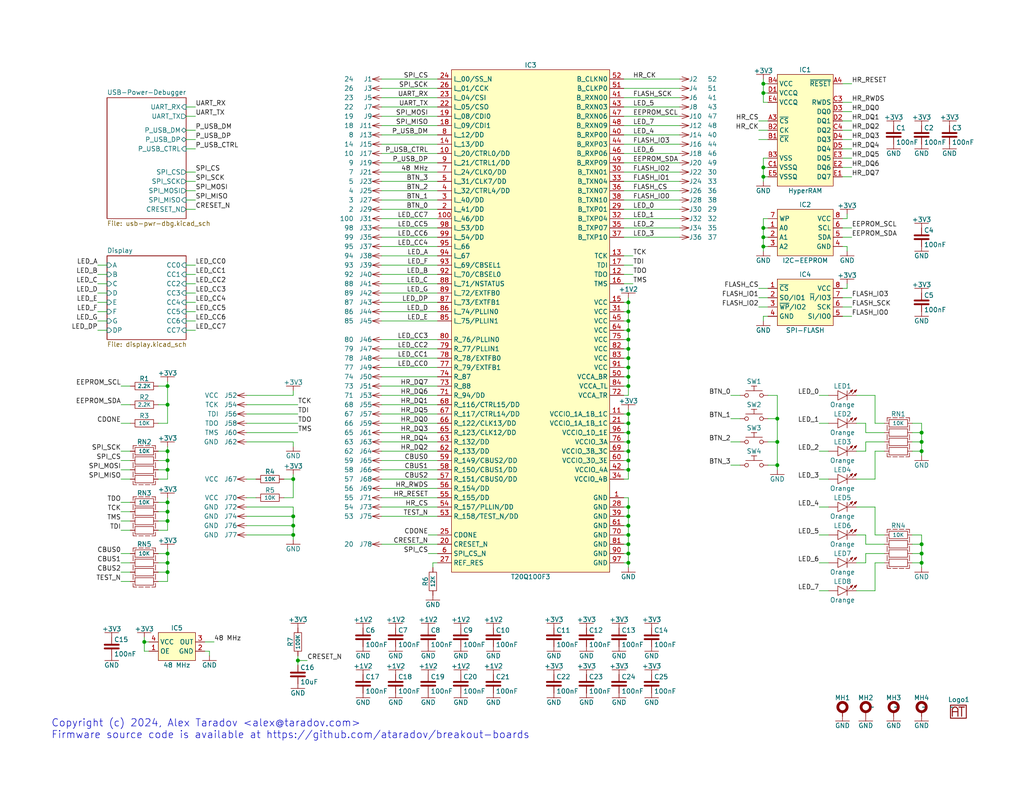
<source format=kicad_sch>
(kicad_sch (version 20231120) (generator "eeschema") (generator_version "8.0")
  (paper "USLetter")
  (title_block (date "2024-07-08") (rev "1"))
  (junction (at 171.45 85.09))
  (junction (at 171.45 153.67))
  (junction (at 80.01 146.05))
  (junction (at 45.72 123.19))
  (junction (at 45.72 128.27))
  (junction (at 171.45 82.55))
  (junction (at 171.45 143.51))
  (junction (at 171.45 118.11))
  (junction (at 171.45 95.25))
  (junction (at 80.01 130.81))
  (junction (at 81.28 180.34))
  (junction (at 45.72 151.13))
  (junction (at 171.45 140.97))
  (junction (at 45.72 142.24))
  (junction (at 171.45 128.27))
  (junction (at 45.72 105.41))
  (junction (at 45.72 139.7))
  (junction (at 251.46 148.59))
  (junction (at 45.72 156.21))
  (junction (at 212.09 114.3))
  (junction (at 251.46 151.13))
  (junction (at 251.46 118.11))
  (junction (at 251.46 120.65))
  (junction (at 208.28 48.26))
  (junction (at 171.45 115.57))
  (junction (at 212.09 120.65))
  (junction (at 171.45 102.87))
  (junction (at 171.45 138.43))
  (junction (at 39.37 175.26))
  (junction (at 171.45 87.63))
  (junction (at 171.45 148.59))
  (junction (at 251.46 123.19))
  (junction (at 171.45 90.17))
  (junction (at 208.28 62.23))
  (junction (at 208.28 22.86))
  (junction (at 212.09 127))
  (junction (at 171.45 105.41))
  (junction (at 251.46 153.67))
  (junction (at 80.01 140.97))
  (junction (at 171.45 113.03))
  (junction (at 45.72 125.73))
  (junction (at 208.28 64.77))
  (junction (at 171.45 100.33))
  (junction (at 171.45 125.73))
  (junction (at 45.72 153.67))
  (junction (at 45.72 137.16))
  (junction (at 208.28 45.72))
  (junction (at 208.28 67.31))
  (junction (at 171.45 146.05))
  (junction (at 80.01 143.51))
  (junction (at 171.45 92.71))
  (junction (at 171.45 120.65))
  (junction (at 171.45 123.19))
  (junction (at 208.28 25.4))
  (junction (at 171.45 151.13))
  (junction (at 45.72 110.49))
  (junction (at 171.45 97.79))
  (wire (pts (xy 208.28 22.86) (xy 209.55 22.86)))
  (wire (pts (xy 45.72 123.19) (xy 45.72 125.73)))
  (wire (pts (xy 236.22 118.11) (xy 241.3 118.11)))
  (wire (pts (xy 251.46 118.11) (xy 251.46 120.65)))
  (wire (pts (xy 170.18 54.61) (xy 185.42 54.61)))
  (wire (pts (xy 50.8 82.55) (xy 53.34 82.55)))
  (wire (pts (xy 238.76 161.29) (xy 238.76 153.67)))
  (wire (pts (xy 67.31 113.03) (xy 81.28 113.03)))
  (wire (pts (xy 229.87 48.26) (xy 232.41 48.26)))
  (wire (pts (xy 251.46 153.67) (xy 251.46 154.94)))
  (wire (pts (xy 104.14 135.89) (xy 119.38 135.89)))
  (wire (pts (xy 45.72 144.78) (xy 45.72 142.24)))
  (wire (pts (xy 251.46 115.57) (xy 251.46 118.11)))
  (wire (pts (xy 104.14 77.47) (xy 119.38 77.47)))
  (wire (pts (xy 233.68 146.05) (xy 236.22 146.05)))
  (wire (pts (xy 33.02 153.67) (xy 35.56 153.67)))
  (wire (pts (xy 170.18 140.97) (xy 171.45 140.97)))
  (wire (pts (xy 229.87 27.94) (xy 232.41 27.94)))
  (wire (pts (xy 236.22 146.05) (xy 236.22 148.59)))
  (wire (pts (xy 67.31 146.05) (xy 80.01 146.05)))
  (wire (pts (xy 104.14 115.57) (xy 119.38 115.57)))
  (wire (pts (xy 104.14 85.09) (xy 119.38 85.09)))
  (wire (pts (xy 50.8 38.1) (xy 53.34 38.1)))
  (wire (pts (xy 170.18 44.45) (xy 185.42 44.45)))
  (wire (pts (xy 104.14 57.15) (xy 119.38 57.15)))
  (wire (pts (xy 170.18 82.55) (xy 171.45 82.55)))
  (wire (pts (xy 80.01 140.97) (xy 80.01 143.51)))
  (wire (pts (xy 171.45 102.87) (xy 171.45 105.41)))
  (wire (pts (xy 104.14 74.93) (xy 119.38 74.93)))
  (wire (pts (xy 170.18 57.15) (xy 185.42 57.15)))
  (wire (pts (xy 67.31 140.97) (xy 80.01 140.97)))
  (wire (pts (xy 26.67 85.09) (xy 29.21 85.09)))
  (wire (pts (xy 33.02 156.21) (xy 35.56 156.21)))
  (wire (pts (xy 45.72 104.14) (xy 45.72 105.41)))
  (wire (pts (xy 209.55 107.95) (xy 212.09 107.95)))
  (wire (pts (xy 33.02 110.49) (xy 35.56 110.49)))
  (wire (pts (xy 45.72 151.13) (xy 45.72 153.67)))
  (wire (pts (xy 171.45 140.97) (xy 171.45 143.51)))
  (wire (pts (xy 104.14 21.59) (xy 119.38 21.59)))
  (wire (pts (xy 170.18 95.25) (xy 171.45 95.25)))
  (wire (pts (xy 170.18 90.17) (xy 171.45 90.17)))
  (wire (pts (xy 207.01 83.82) (xy 209.55 83.82)))
  (wire (pts (xy 170.18 46.99) (xy 185.42 46.99)))
  (wire (pts (xy 104.14 128.27) (xy 119.38 128.27)))
  (wire (pts (xy 248.92 118.11) (xy 251.46 118.11)))
  (wire (pts (xy 170.18 148.59) (xy 171.45 148.59)))
  (wire (pts (xy 170.18 123.19) (xy 171.45 123.19)))
  (wire (pts (xy 26.67 82.55) (xy 29.21 82.55)))
  (wire (pts (xy 238.76 130.81) (xy 238.76 123.19)))
  (wire (pts (xy 248.92 123.19) (xy 251.46 123.19)))
  (wire (pts (xy 236.22 151.13) (xy 241.3 151.13)))
  (wire (pts (xy 248.92 153.67) (xy 251.46 153.67)))
  (wire (pts (xy 170.18 49.53) (xy 185.42 49.53)))
  (wire (pts (xy 171.45 111.76) (xy 171.45 113.03)))
  (wire (pts (xy 39.37 177.8) (xy 39.37 175.26)))
  (wire (pts (xy 50.8 77.47) (xy 53.34 77.47)))
  (wire (pts (xy 236.22 148.59) (xy 241.3 148.59)))
  (wire (pts (xy 170.18 135.89) (xy 171.45 135.89)))
  (wire (pts (xy 208.28 48.26) (xy 209.55 48.26)))
  (wire (pts (xy 208.28 62.23) (xy 208.28 64.77)))
  (wire (pts (xy 238.76 123.19) (xy 241.3 123.19)))
  (wire (pts (xy 248.92 151.13) (xy 251.46 151.13)))
  (wire (pts (xy 77.47 135.89) (xy 80.01 135.89)))
  (wire (pts (xy 229.87 35.56) (xy 232.41 35.56)))
  (wire (pts (xy 45.72 128.27) (xy 45.72 130.81)))
  (wire (pts (xy 236.22 153.67) (xy 236.22 151.13)))
  (wire (pts (xy 45.72 110.49) (xy 45.72 115.57)))
  (wire (pts (xy 229.87 62.23) (xy 232.41 62.23)))
  (wire (pts (xy 170.18 59.69) (xy 185.42 59.69)))
  (wire (pts (xy 229.87 33.02) (xy 232.41 33.02)))
  (wire (pts (xy 67.31 118.11) (xy 81.28 118.11)))
  (wire (pts (xy 43.18 123.19) (xy 45.72 123.19)))
  (wire (pts (xy 104.14 82.55) (xy 119.38 82.55)))
  (wire (pts (xy 171.45 113.03) (xy 171.45 115.57)))
  (wire (pts (xy 43.18 128.27) (xy 45.72 128.27)))
  (wire (pts (xy 45.72 142.24) (xy 45.72 139.7)))
  (wire (pts (xy 104.14 49.53) (xy 119.38 49.53)))
  (wire (pts (xy 50.8 80.01) (xy 53.34 80.01)))
  (wire (pts (xy 170.18 105.41) (xy 171.45 105.41)))
  (wire (pts (xy 26.67 74.93) (xy 29.21 74.93)))
  (wire (pts (xy 50.8 57.15) (xy 53.34 57.15)))
  (wire (pts (xy 229.87 22.86) (xy 232.41 22.86)))
  (wire (pts (xy 43.18 153.67) (xy 45.72 153.67)))
  (wire (pts (xy 212.09 107.95) (xy 212.09 114.3)))
  (wire (pts (xy 104.14 39.37) (xy 119.38 39.37)))
  (wire (pts (xy 233.68 107.95) (xy 238.76 107.95)))
  (wire (pts (xy 209.55 127) (xy 212.09 127)))
  (wire (pts (xy 104.14 97.79) (xy 119.38 97.79)))
  (wire (pts (xy 67.31 138.43) (xy 80.01 138.43)))
  (wire (pts (xy 116.84 146.05) (xy 119.38 146.05)))
  (wire (pts (xy 33.02 123.19) (xy 35.56 123.19)))
  (wire (pts (xy 43.18 144.78) (xy 45.72 144.78)))
  (wire (pts (xy 170.18 72.39) (xy 172.72 72.39)))
  (wire (pts (xy 116.84 151.13) (xy 119.38 151.13)))
  (wire (pts (xy 208.28 27.94) (xy 208.28 25.4)))
  (wire (pts (xy 43.18 115.57) (xy 45.72 115.57)))
  (wire (pts (xy 104.14 133.35) (xy 119.38 133.35)))
  (wire (pts (xy 43.18 142.24) (xy 45.72 142.24)))
  (wire (pts (xy 50.8 87.63) (xy 53.34 87.63)))
  (wire (pts (xy 45.72 156.21) (xy 45.72 158.75)))
  (wire (pts (xy 104.14 34.29) (xy 119.38 34.29)))
  (wire (pts (xy 199.39 120.65) (xy 201.93 120.65)))
  (wire (pts (xy 45.72 139.7) (xy 45.72 137.16)))
  (wire (pts (xy 233.68 123.19) (xy 236.22 123.19)))
  (wire (pts (xy 171.45 138.43) (xy 171.45 140.97)))
  (wire (pts (xy 170.18 26.67) (xy 185.42 26.67)))
  (wire (pts (xy 170.18 102.87) (xy 171.45 102.87)))
  (wire (pts (xy 45.72 125.73) (xy 45.72 128.27)))
  (wire (pts (xy 170.18 100.33) (xy 171.45 100.33)))
  (wire (pts (xy 26.67 90.17) (xy 29.21 90.17)))
  (wire (pts (xy 212.09 120.65) (xy 212.09 127)))
  (wire (pts (xy 171.45 143.51) (xy 171.45 146.05)))
  (wire (pts (xy 223.52 153.67) (xy 226.06 153.67)))
  (wire (pts (xy 170.18 21.59) (xy 185.42 21.59)))
  (wire (pts (xy 251.46 146.05) (xy 251.46 148.59)))
  (wire (pts (xy 171.45 125.73) (xy 171.45 128.27)))
  (wire (pts (xy 208.28 86.36) (xy 208.28 87.63)))
  (wire (pts (xy 104.14 31.75) (xy 119.38 31.75)))
  (wire (pts (xy 209.55 59.69) (xy 208.28 59.69)))
  (wire (pts (xy 207.01 35.56) (xy 209.55 35.56)))
  (wire (pts (xy 251.46 120.65) (xy 251.46 123.19)))
  (wire (pts (xy 104.14 67.31) (xy 119.38 67.31)))
  (wire (pts (xy 170.18 138.43) (xy 171.45 138.43)))
  (wire (pts (xy 229.87 45.72) (xy 232.41 45.72)))
  (wire (pts (xy 43.18 156.21) (xy 45.72 156.21)))
  (wire (pts (xy 236.22 115.57) (xy 236.22 118.11)))
  (wire (pts (xy 104.14 148.59) (xy 119.38 148.59)))
  (wire (pts (xy 170.18 125.73) (xy 171.45 125.73)))
  (wire (pts (xy 45.72 121.92) (xy 45.72 123.19)))
  (wire (pts (xy 229.87 81.28) (xy 232.41 81.28)))
  (wire (pts (xy 171.45 135.89) (xy 171.45 138.43)))
  (wire (pts (xy 104.14 123.19) (xy 119.38 123.19)))
  (wire (pts (xy 45.72 105.41) (xy 45.72 110.49)))
  (wire (pts (xy 170.18 62.23) (xy 185.42 62.23)))
  (wire (pts (xy 231.14 59.69) (xy 231.14 58.42)))
  (wire (pts (xy 43.18 105.41) (xy 45.72 105.41)))
  (wire (pts (xy 104.14 140.97) (xy 119.38 140.97)))
  (wire (pts (xy 199.39 114.3) (xy 201.93 114.3)))
  (wire (pts (xy 229.87 64.77) (xy 232.41 64.77)))
  (wire (pts (xy 207.01 78.74) (xy 209.55 78.74)))
  (wire (pts (xy 171.45 151.13) (xy 171.45 153.67)))
  (wire (pts (xy 223.52 146.05) (xy 226.06 146.05)))
  (wire (pts (xy 81.28 180.34) (xy 81.28 181.61)))
  (wire (pts (xy 67.31 130.81) (xy 69.85 130.81)))
  (wire (pts (xy 223.52 123.19) (xy 226.06 123.19)))
  (wire (pts (xy 238.76 138.43) (xy 238.76 146.05)))
  (wire (pts (xy 171.45 87.63) (xy 171.45 90.17)))
  (wire (pts (xy 80.01 143.51) (xy 80.01 146.05)))
  (wire (pts (xy 104.14 100.33) (xy 119.38 100.33)))
  (wire (pts (xy 199.39 127) (xy 201.93 127)))
  (wire (pts (xy 229.87 38.1) (xy 232.41 38.1)))
  (wire (pts (xy 171.45 100.33) (xy 171.45 102.87)))
  (wire (pts (xy 170.18 115.57) (xy 171.45 115.57)))
  (wire (pts (xy 43.18 110.49) (xy 45.72 110.49)))
  (wire (pts (xy 26.67 72.39) (xy 29.21 72.39)))
  (wire (pts (xy 170.18 118.11) (xy 171.45 118.11)))
  (wire (pts (xy 170.18 85.09) (xy 171.45 85.09)))
  (wire (pts (xy 55.88 175.26) (xy 58.42 175.26)))
  (wire (pts (xy 104.14 92.71) (xy 119.38 92.71)))
  (wire (pts (xy 104.14 80.01) (xy 119.38 80.01)))
  (wire (pts (xy 50.8 40.64) (xy 53.34 40.64)))
  (wire (pts (xy 104.14 26.67) (xy 119.38 26.67)))
  (wire (pts (xy 170.18 74.93) (xy 172.72 74.93)))
  (wire (pts (xy 170.18 24.13) (xy 185.42 24.13)))
  (wire (pts (xy 104.14 69.85) (xy 119.38 69.85)))
  (wire (pts (xy 104.14 110.49) (xy 119.38 110.49)))
  (wire (pts (xy 33.02 128.27) (xy 35.56 128.27)))
  (wire (pts (xy 209.55 114.3) (xy 212.09 114.3)))
  (wire (pts (xy 170.18 64.77) (xy 185.42 64.77)))
  (wire (pts (xy 212.09 127) (xy 212.09 128.27)))
  (wire (pts (xy 238.76 153.67) (xy 241.3 153.67)))
  (wire (pts (xy 171.45 123.19) (xy 171.45 125.73)))
  (wire (pts (xy 50.8 52.07) (xy 53.34 52.07)))
  (wire (pts (xy 104.14 107.95) (xy 119.38 107.95)))
  (wire (pts (xy 170.18 146.05) (xy 171.45 146.05)))
  (wire (pts (xy 80.01 106.68) (xy 80.01 107.95)))
  (wire (pts (xy 104.14 105.41) (xy 119.38 105.41)))
  (wire (pts (xy 171.45 128.27) (xy 171.45 130.81)))
  (wire (pts (xy 238.76 107.95) (xy 238.76 115.57)))
  (wire (pts (xy 199.39 107.95) (xy 201.93 107.95)))
  (wire (pts (xy 229.87 78.74) (xy 231.14 78.74)))
  (wire (pts (xy 208.28 25.4) (xy 208.28 22.86)))
  (wire (pts (xy 229.87 83.82) (xy 232.41 83.82)))
  (wire (pts (xy 170.18 128.27) (xy 171.45 128.27)))
  (wire (pts (xy 207.01 81.28) (xy 209.55 81.28)))
  (wire (pts (xy 67.31 135.89) (xy 69.85 135.89)))
  (wire (pts (xy 171.45 148.59) (xy 171.45 151.13)))
  (wire (pts (xy 104.14 36.83) (xy 119.38 36.83)))
  (wire (pts (xy 170.18 36.83) (xy 185.42 36.83)))
  (wire (pts (xy 171.45 90.17) (xy 171.45 92.71)))
  (wire (pts (xy 43.18 137.16) (xy 45.72 137.16)))
  (wire (pts (xy 171.45 97.79) (xy 171.45 100.33)))
  (wire (pts (xy 50.8 74.93) (xy 53.34 74.93)))
  (wire (pts (xy 43.18 158.75) (xy 45.72 158.75)))
  (wire (pts (xy 39.37 175.26) (xy 39.37 173.99)))
  (wire (pts (xy 104.14 46.99) (xy 119.38 46.99)))
  (wire (pts (xy 170.18 39.37) (xy 185.42 39.37)))
  (wire (pts (xy 80.01 130.81) (xy 80.01 135.89)))
  (wire (pts (xy 50.8 49.53) (xy 53.34 49.53)))
  (wire (pts (xy 80.01 138.43) (xy 80.01 140.97)))
  (wire (pts (xy 233.68 138.43) (xy 238.76 138.43)))
  (wire (pts (xy 50.8 35.56) (xy 53.34 35.56)))
  (wire (pts (xy 170.18 52.07) (xy 185.42 52.07)))
  (wire (pts (xy 33.02 130.81) (xy 35.56 130.81)))
  (wire (pts (xy 33.02 125.73) (xy 35.56 125.73)))
  (wire (pts (xy 233.68 161.29) (xy 238.76 161.29)))
  (wire (pts (xy 33.02 151.13) (xy 35.56 151.13)))
  (wire (pts (xy 170.18 87.63) (xy 171.45 87.63)))
  (wire (pts (xy 67.31 110.49) (xy 81.28 110.49)))
  (wire (pts (xy 45.72 149.86) (xy 45.72 151.13)))
  (wire (pts (xy 229.87 67.31) (xy 231.14 67.31)))
  (wire (pts (xy 170.18 107.95) (xy 171.45 107.95)))
  (wire (pts (xy 40.64 177.8) (xy 39.37 177.8)))
  (wire (pts (xy 104.14 62.23) (xy 119.38 62.23)))
  (wire (pts (xy 251.46 148.59) (xy 251.46 151.13)))
  (wire (pts (xy 208.28 43.18) (xy 208.28 45.72)))
  (wire (pts (xy 33.02 105.41) (xy 35.56 105.41)))
  (wire (pts (xy 43.18 130.81) (xy 45.72 130.81)))
  (wire (pts (xy 212.09 114.3) (xy 212.09 120.65)))
  (wire (pts (xy 50.8 29.21) (xy 53.34 29.21)))
  (wire (pts (xy 45.72 153.67) (xy 45.72 156.21)))
  (wire (pts (xy 55.88 177.8) (xy 57.15 177.8)))
  (wire (pts (xy 50.8 72.39) (xy 53.34 72.39)))
  (wire (pts (xy 80.01 146.05) (xy 80.01 147.32)))
  (wire (pts (xy 33.02 137.16) (xy 35.56 137.16)))
  (wire (pts (xy 233.68 153.67) (xy 236.22 153.67)))
  (wire (pts (xy 67.31 107.95) (xy 80.01 107.95)))
  (wire (pts (xy 33.02 139.7) (xy 35.56 139.7)))
  (wire (pts (xy 104.14 64.77) (xy 119.38 64.77)))
  (wire (pts (xy 171.45 82.55) (xy 171.45 85.09)))
  (wire (pts (xy 248.92 148.59) (xy 251.46 148.59)))
  (wire (pts (xy 26.67 87.63) (xy 29.21 87.63)))
  (wire (pts (xy 170.18 151.13) (xy 171.45 151.13)))
  (wire (pts (xy 207.01 38.1) (xy 209.55 38.1)))
  (wire (pts (xy 81.28 179.07) (xy 81.28 180.34)))
  (wire (pts (xy 104.14 24.13) (xy 119.38 24.13)))
  (wire (pts (xy 231.14 77.47) (xy 231.14 78.74)))
  (wire (pts (xy 104.14 52.07) (xy 119.38 52.07)))
  (wire (pts (xy 33.02 115.57) (xy 35.56 115.57)))
  (wire (pts (xy 26.67 77.47) (xy 29.21 77.47)))
  (wire (pts (xy 229.87 43.18) (xy 232.41 43.18)))
  (wire (pts (xy 33.02 158.75) (xy 35.56 158.75)))
  (wire (pts (xy 248.92 146.05) (xy 251.46 146.05)))
  (wire (pts (xy 251.46 123.19) (xy 251.46 124.46)))
  (wire (pts (xy 170.18 31.75) (xy 185.42 31.75)))
  (wire (pts (xy 171.45 95.25) (xy 171.45 97.79)))
  (wire (pts (xy 236.22 120.65) (xy 241.3 120.65)))
  (wire (pts (xy 104.14 29.21) (xy 119.38 29.21)))
  (wire (pts (xy 208.28 25.4) (xy 209.55 25.4)))
  (wire (pts (xy 39.37 175.26) (xy 40.64 175.26)))
  (wire (pts (xy 208.28 48.26) (xy 208.28 49.53)))
  (wire (pts (xy 104.14 95.25) (xy 119.38 95.25)))
  (wire (pts (xy 208.28 67.31) (xy 208.28 68.58)))
  (wire (pts (xy 170.18 69.85) (xy 172.72 69.85)))
  (wire (pts (xy 223.52 130.81) (xy 226.06 130.81)))
  (wire (pts (xy 223.52 138.43) (xy 226.06 138.43)))
  (wire (pts (xy 50.8 31.75) (xy 53.34 31.75)))
  (wire (pts (xy 208.28 22.86) (xy 208.28 21.59)))
  (wire (pts (xy 170.18 97.79) (xy 171.45 97.79)))
  (wire (pts (xy 170.18 41.91) (xy 185.42 41.91)))
  (wire (pts (xy 33.02 142.24) (xy 35.56 142.24)))
  (wire (pts (xy 171.45 115.57) (xy 171.45 118.11)))
  (wire (pts (xy 238.76 146.05) (xy 241.3 146.05)))
  (wire (pts (xy 104.14 54.61) (xy 119.38 54.61)))
  (wire (pts (xy 67.31 115.57) (xy 81.28 115.57)))
  (wire (pts (xy 171.45 105.41) (xy 171.45 107.95)))
  (wire (pts (xy 104.14 113.03) (xy 119.38 113.03)))
  (wire (pts (xy 104.14 59.69) (xy 119.38 59.69)))
  (wire (pts (xy 208.28 45.72) (xy 208.28 48.26)))
  (wire (pts (xy 67.31 120.65) (xy 80.01 120.65)))
  (wire (pts (xy 223.52 161.29) (xy 226.06 161.29)))
  (wire (pts (xy 104.14 44.45) (xy 119.38 44.45)))
  (wire (pts (xy 233.68 115.57) (xy 236.22 115.57)))
  (wire (pts (xy 104.14 87.63) (xy 119.38 87.63)))
  (wire (pts (xy 43.18 151.13) (xy 45.72 151.13)))
  (wire (pts (xy 81.28 180.34) (xy 83.82 180.34)))
  (wire (pts (xy 170.18 130.81) (xy 171.45 130.81)))
  (wire (pts (xy 104.14 120.65) (xy 119.38 120.65)))
  (wire (pts (xy 170.18 34.29) (xy 185.42 34.29)))
  (wire (pts (xy 229.87 30.48) (xy 232.41 30.48)))
  (wire (pts (xy 80.01 120.65) (xy 80.01 121.92)))
  (wire (pts (xy 207.01 33.02) (xy 209.55 33.02)))
  (wire (pts (xy 67.31 143.51) (xy 80.01 143.51)))
  (wire (pts (xy 238.76 115.57) (xy 241.3 115.57)))
  (wire (pts (xy 170.18 77.47) (xy 172.72 77.47)))
  (wire (pts (xy 229.87 40.64) (xy 232.41 40.64)))
  (wire (pts (xy 50.8 54.61) (xy 53.34 54.61)))
  (wire (pts (xy 209.55 120.65) (xy 212.09 120.65)))
  (wire (pts (xy 104.14 130.81) (xy 119.38 130.81)))
  (wire (pts (xy 171.45 153.67) (xy 171.45 154.94)))
  (wire (pts (xy 208.28 64.77) (xy 208.28 67.31)))
  (wire (pts (xy 50.8 46.99) (xy 53.34 46.99)))
  (wire (pts (xy 50.8 90.17) (xy 53.34 90.17)))
  (wire (pts (xy 104.14 41.91) (xy 119.38 41.91)))
  (wire (pts (xy 171.45 146.05) (xy 171.45 148.59)))
  (wire (pts (xy 229.87 86.36) (xy 232.41 86.36)))
  (wire (pts (xy 104.14 138.43) (xy 119.38 138.43)))
  (wire (pts (xy 104.14 72.39) (xy 119.38 72.39)))
  (wire (pts (xy 50.8 85.09) (xy 53.34 85.09)))
  (wire (pts (xy 171.45 118.11) (xy 171.45 120.65)))
  (wire (pts (xy 223.52 107.95) (xy 226.06 107.95)))
  (wire (pts (xy 170.18 29.21) (xy 185.42 29.21)))
  (wire (pts (xy 233.68 130.81) (xy 238.76 130.81)))
  (wire (pts (xy 77.47 130.81) (xy 80.01 130.81)))
  (wire (pts (xy 171.45 92.71) (xy 171.45 95.25)))
  (wire (pts (xy 209.55 43.18) (xy 208.28 43.18)))
  (wire (pts (xy 229.87 59.69) (xy 231.14 59.69)))
  (wire (pts (xy 104.14 118.11) (xy 119.38 118.11)))
  (wire (pts (xy 208.28 45.72) (xy 209.55 45.72)))
  (wire (pts (xy 118.11 153.67) (xy 119.38 153.67)))
  (wire (pts (xy 26.67 80.01) (xy 29.21 80.01)))
  (wire (pts (xy 231.14 67.31) (xy 231.14 68.58)))
  (wire (pts (xy 236.22 123.19) (xy 236.22 120.65)))
  (wire (pts (xy 223.52 115.57) (xy 226.06 115.57)))
  (wire (pts (xy 57.15 177.8) (xy 57.15 179.07)))
  (wire (pts (xy 170.18 143.51) (xy 171.45 143.51)))
  (wire (pts (xy 171.45 85.09) (xy 171.45 87.63)))
  (wire (pts (xy 33.02 144.78) (xy 35.56 144.78)))
  (wire (pts (xy 43.18 125.73) (xy 45.72 125.73)))
  (wire (pts (xy 248.92 115.57) (xy 251.46 115.57)))
  (wire (pts (xy 208.28 86.36) (xy 209.55 86.36)))
  (wire (pts (xy 208.28 67.31) (xy 209.55 67.31)))
  (wire (pts (xy 170.18 92.71) (xy 171.45 92.71)))
  (wire (pts (xy 251.46 151.13) (xy 251.46 153.67)))
  (wire (pts (xy 170.18 120.65) (xy 171.45 120.65)))
  (wire (pts (xy 104.14 102.87) (xy 119.38 102.87)))
  (wire (pts (xy 208.28 64.77) (xy 209.55 64.77)))
  (wire (pts (xy 118.11 154.94) (xy 118.11 153.67)))
  (wire (pts (xy 45.72 137.16) (xy 45.72 135.89)))
  (wire (pts (xy 43.18 139.7) (xy 45.72 139.7)))
  (wire (pts (xy 171.45 81.28) (xy 171.45 82.55)))
  (wire (pts (xy 80.01 129.54) (xy 80.01 130.81)))
  (wire (pts (xy 170.18 153.67) (xy 171.45 153.67)))
  (wire (pts (xy 171.45 120.65) (xy 171.45 123.19)))
  (wire (pts (xy 248.92 120.65) (xy 251.46 120.65)))
  (wire (pts (xy 104.14 125.73) (xy 119.38 125.73)))
  (wire (pts (xy 208.28 59.69) (xy 208.28 62.23)))
  (wire (pts (xy 170.18 113.03) (xy 171.45 113.03)))
  (wire (pts (xy 208.28 62.23) (xy 209.55 62.23)))
  (wire (pts (xy 209.55 27.94) (xy 208.28 27.94)))
  (text "Copyright (c) 2024, Alex Taradov <alex@taradov.com>\nFirmware source code is available at https://github.com/ataradov/breakout-boards" (at 13.97 201.93 0) (effects (font (size 2 2)) (justify left bottom)))
  (label "LED_F" (at 26.67 85.09 180))
  (label "SPI_CS" (at 33.02 125.73 180))
  (label "SPI_CS" (at 116.84 21.59 180))
  (label "LED_CC3" (at 53.34 80.01 0))
  (label "HR_DQ4" (at 116.84 120.65 180))
  (label "UART_RX" (at 116.84 26.67 180))
  (label "SPI_MOSI" (at 53.34 52.07 0))
  (label "HR_DQ7" (at 232.41 48.26 0))
  (label "HR_CS" (at 116.84 138.43 180))
  (label "LED_G" (at 116.84 80.01 180))
  (label "LED_D" (at 26.67 80.01 180))
  (label "BTN_3" (at 116.84 49.53 180))
  (label "TDI" (at 33.02 144.78 180))
  (label "HR_RWDS" (at 232.41 27.94 0))
  (label "CBUS2" (at 33.02 156.21 180))
  (label "LED_CC0" (at 53.34 72.39 0))
  (label "FLASH_SCK" (at 172.72 26.67 0))
  (label "LED_B" (at 116.84 74.93 180))
  (label "HR_DQ7" (at 116.84 105.41 180))
  (label "LED_CC3" (at 116.84 92.71 180))
  (label "LED_DP" (at 26.67 90.17 180))
  (label "LED_3" (at 172.72 64.77 0))
  (label "P_USB_DM" (at 116.84 36.83 180))
  (label "BTN_0" (at 116.84 57.15 180))
  (label "LED_CC5" (at 53.34 85.09 0))
  (label "EEPROM_SDA" (at 172.72 44.45 0))
  (label "LED_DP" (at 116.84 82.55 180))
  (label "HR_CK" (at 172.72 21.59 0))
  (label "P_USB_CTRL" (at 53.34 40.64 0))
  (label "P_USB_DM" (at 53.34 35.56 0))
  (label "TEST_N" (at 116.84 140.97 180))
  (label "HR_DQ3" (at 116.84 118.11 180))
  (label "CRESET_N" (at 53.34 57.15 0))
  (label "HR_RESET" (at 232.41 22.86 0))
  (label "TDI" (at 81.28 113.03 0))
  (label "LED_CC4" (at 116.84 67.31 180))
  (label "SPI_MISO" (at 116.84 34.29 180))
  (label "LED_2" (at 223.52 123.19 180))
  (label "LED_7" (at 223.52 161.29 180))
  (label "CDONE" (at 33.02 115.57 180))
  (label "LED_A" (at 26.67 72.39 180))
  (label "CBUS0" (at 116.84 125.73 180))
  (label "LED_1" (at 172.72 59.69 0))
  (label "EEPROM_SCL" (at 172.72 31.75 0))
  (label "HR_DQ5" (at 232.41 43.18 0))
  (label "LED_CC4" (at 53.34 82.55 0))
  (label "HR_DQ0" (at 116.84 115.57 180))
  (label "CDONE" (at 116.84 146.05 180))
  (label "LED_6" (at 172.72 41.91 0))
  (label "LED_7" (at 172.72 34.29 0))
  (label "SPI_CS" (at 116.84 151.13 180))
  (label "FLASH_IO2" (at 207.01 83.82 180))
  (label "FLASH_IO1" (at 207.01 81.28 180))
  (label "TDO" (at 33.02 137.16 180))
  (label "LED_5" (at 172.72 29.21 0))
  (label "HR_DQ2" (at 116.84 123.19 180))
  (label "48 MHz" (at 58.42 175.26 0))
  (label "CBUS2" (at 116.84 130.81 180))
  (label "LED_0" (at 223.52 107.95 180))
  (label "TMS" (at 172.72 77.47 0))
  (label "HR_CK" (at 207.01 35.56 180))
  (label "LED_4" (at 172.72 36.83 0))
  (label "CRESET_N" (at 83.82 180.34 0))
  (label "HR_CS" (at 207.01 33.02 180))
  (label "LED_B" (at 26.67 74.93 180))
  (label "SPI_MOSI" (at 33.02 128.27 180))
  (label "EEPROM_SCL" (at 232.41 62.23 0))
  (label "P_USB_DP" (at 53.34 38.1 0))
  (label "FLASH_CS" (at 207.01 78.74 180))
  (label "HR_DQ6" (at 116.84 107.95 180))
  (label "CBUS1" (at 33.02 153.67 180))
  (label "P_USB_CTRL" (at 116.84 41.91 180))
  (label "LED_0" (at 172.72 57.15 0))
  (label "LED_C" (at 116.84 77.47 180))
  (label "LED_4" (at 223.52 138.43 180))
  (label "FLASH_IO1" (at 172.72 49.53 0))
  (label "LED_CC1" (at 116.84 97.79 180))
  (label "HR_DQ5" (at 116.84 113.03 180))
  (label "CBUS1" (at 116.84 128.27 180))
  (label "LED_CC2" (at 53.34 77.47 0))
  (label "LED_CC6" (at 53.34 87.63 0))
  (label "HR_RESET" (at 116.84 135.89 180))
  (label "BTN_2" (at 199.39 120.65 180))
  (label "TCK" (at 172.72 69.85 0))
  (label "48 MHz" (at 116.84 46.99 180))
  (label "HR_DQ3" (at 232.41 38.1 0))
  (label "LED_CC2" (at 116.84 95.25 180))
  (label "BTN_3" (at 199.39 127 180))
  (label "CBUS0" (at 33.02 151.13 180))
  (label "HR_RWDS" (at 116.84 133.35 180))
  (label "LED_2" (at 172.72 62.23 0))
  (label "P_USB_DP" (at 116.84 44.45 180))
  (label "SPI_CS" (at 53.34 46.99 0))
  (label "LED_5" (at 223.52 146.05 180))
  (label "FLASH_IO2" (at 172.72 46.99 0))
  (label "LED_E" (at 26.67 82.55 180))
  (label "LED_CC1" (at 53.34 74.93 0))
  (label "TDO" (at 81.28 115.57 0))
  (label "EEPROM_SDA" (at 232.41 64.77 0))
  (label "LED_CC6" (at 116.84 64.77 180))
  (label "LED_C" (at 26.67 77.47 180))
  (label "LED_1" (at 223.52 115.57 180))
  (label "SPI_MISO" (at 53.34 54.61 0))
  (label "LED_CC5" (at 116.84 62.23 180))
  (label "SPI_MOSI" (at 116.84 31.75 180))
  (label "BTN_0" (at 199.39 107.95 180))
  (label "EEPROM_SDA" (at 33.02 110.49 180))
  (label "LED_3" (at 223.52 130.81 180))
  (label "HR_DQ1" (at 116.84 110.49 180))
  (label "TDI" (at 172.72 72.39 0))
  (label "LED_CC0" (at 116.84 100.33 180))
  (label "LED_D" (at 116.84 85.09 180))
  (label "CRESET_N" (at 116.84 148.59 180))
  (label "TMS" (at 33.02 142.24 180))
  (label "HR_DQ2" (at 232.41 35.56 0))
  (label "TCK" (at 33.02 139.7 180))
  (label "TMS" (at 81.28 118.11 0))
  (label "HR_DQ0" (at 232.41 30.48 0))
  (label "UART_TX" (at 116.84 29.21 180))
  (label "SPI_SCK" (at 53.34 49.53 0))
  (label "FLASH_IO3" (at 172.72 39.37 0))
  (label "BTN_1" (at 199.39 114.3 180))
  (label "HR_DQ1" (at 232.41 33.02 0))
  (label "SPI_SCK" (at 33.02 123.19 180))
  (label "FLASH_CS" (at 172.72 52.07 0))
  (label "LED_A" (at 116.84 69.85 180))
  (label "HR_DQ4" (at 232.41 40.64 0))
  (label "BTN_1" (at 116.84 54.61 180))
  (label "UART_RX" (at 53.34 29.21 0))
  (label "UART_TX" (at 53.34 31.75 0))
  (label "LED_E" (at 116.84 87.63 180))
  (label "HR_DQ6" (at 232.41 45.72 0))
  (label "EEPROM_SCL" (at 33.02 105.41 180))
  (label "TDO" (at 172.72 74.93 0))
  (label "TCK" (at 81.28 110.49 0))
  (label "FLASH_IO0" (at 232.41 86.36 0))
  (label "FLASH_SCK" (at 232.41 83.82 0))
  (label "BTN_2" (at 116.84 52.07 180))
  (label "SPI_MISO" (at 33.02 130.81 180))
  (label "LED_6" (at 223.52 153.67 180))
  (label "FLASH_IO3" (at 232.41 81.28 0))
  (label "LED_CC7" (at 53.34 90.17 0))
  (label "LED_F" (at 116.84 72.39 180))
  (label "LED_G" (at 26.67 87.63 180))
  (label "LED_CC7" (at 116.84 59.69 180))
  (label "SPI_SCK" (at 116.84 24.13 180))
  (label "FLASH_IO0" (at 172.72 54.61 0))
  (label "TEST_N" (at 33.02 158.75 180))
  (symbol (lib_id "ataradov_conn:Conn-Single") (at 185.42 44.45 0) (unit 1)
    (property "Reference" "J20" (at 187.96 44.45 0) (effects (justify left)))
    (property "Value" "49" (at 193.04 44.45 0) (effects (justify left)))
    (property "Footprint" "ataradov_misc:TestPoint-1.27mm" (effects (hide yes)))
  )
  (symbol (lib_id "ataradov_pwr:V") (at 107.95 171.45 0) (unit 1)
    (property "Reference" "#PWR035" (effects (hide yes)))
    (property "Value" "+1V2" (at 107.95 169.164 0))
  )
  (symbol (lib_id "ataradov_conn:Conn-Single") (at 185.42 24.13 0) (unit 1)
    (property "Reference" "J4" (at 187.96 24.13 0) (effects (justify left)))
    (property "Value" "51" (at 193.04 24.13 0) (effects (justify left)))
    (property "Footprint" "ataradov_conn:Pin-2.54mm" (effects (hide yes)))
  )
  (symbol (lib_id "ataradov_rlc:C") (at 168.91 186.69 0) (unit 1)
    (property "Reference" "C24" (at 169.545 184.785 0) (effects (justify left)))
    (property "Value" "100nF" (at 169.545 188.722 0) (effects (justify left)))
    (property "Footprint" "ataradov_smd:0603" (effects (hide yes)))
  )
  (symbol (lib_id "ataradov_ic:SPI-FLASH") (at 219.71 81.28 0) (unit 1)
    (property "Reference" "IC4" (at 219.71 74.93 0))
    (property "Value" "SPI-FLASH" (at 219.71 90.17 0))
    (property "Footprint" "ataradov_ic:SO-8" (effects (hide yes)))
  )
  (symbol (lib_id "ataradov_pwr:GND") (at 251.46 195.58 0) (unit 1)
    (property "Reference" "#PWR078" (effects (hide yes)))
    (property "Value" "GND" (at 251.46 198.12 0))
  )
  (symbol (lib_id "ataradov_pwr:GND") (at 208.28 68.58 0) (unit 1)
    (property "Reference" "#PWR012" (effects (hide yes)))
    (property "Value" "GND" (at 208.28 71.12 0))
  )
  (symbol (lib_id "ataradov_conn:Conn-Single") (at 67.31 115.57 0) (mirror y) (unit 1)
    (property "Reference" "J58" (at 64.77 115.57 0) (effects (justify left)))
    (property "Value" "TDO" (at 59.69 115.57 0) (effects (justify left)))
    (property "Footprint" "ataradov_misc:TestPoint-1.27mm" (effects (hide yes)))
  )
  (symbol (lib_id "ataradov_conn:Conn-Single") (at 185.42 21.59 0) (unit 1)
    (property "Reference" "J2" (at 187.96 21.59 0) (effects (justify left)))
    (property "Value" "52" (at 193.04 21.59 0) (effects (justify left)))
    (property "Footprint" "ataradov_conn:Pin-2.54mm" (effects (hide yes)))
  )
  (symbol (lib_id "ataradov_conn:Conn-Single") (at 104.14 125.73 0) (mirror y) (unit 1)
    (property "Reference" "J65" (at 101.6 125.73 0) (effects (justify left)))
    (property "Value" "59" (at 96.52 125.73 0) (effects (justify left)))
    (property "Footprint" "ataradov_conn:Pin-2.54mm" (effects (hide yes)))
  )
  (symbol (lib_id "ataradov_pwr:GND") (at 134.62 176.53 0) (unit 1)
    (property "Reference" "#PWR049" (effects (hide yes)))
    (property "Value" "GND" (at 134.62 179.07 0))
  )
  (symbol (lib_id "ataradov_conn:Conn-Single") (at 104.14 80.01 0) (mirror y) (unit 1)
    (property "Reference" "J42" (at 101.6 80.01 0) (effects (justify left)))
    (property "Value" "89" (at 96.52 80.01 0) (effects (justify left)))
    (property "Footprint" "ataradov_misc:TestPoint-1.27mm" (effects (hide yes)))
  )
  (symbol (lib_id "ataradov_rlc:R") (at 73.66 135.89 0) (unit 1)
    (property "Reference" "R5" (at 73.66 133.858 0))
    (property "Value" "10K" (at 73.66 135.89 0) (effects (font (size 1.016 1.016))))
    (property "Footprint" "ataradov_smd:0603" (effects (hide yes)))
  )
  (symbol (lib_id "ataradov_conn:Conn-Single") (at 104.14 97.79 0) (mirror y) (unit 1)
    (property "Reference" "J48" (at 101.6 97.79 0) (effects (justify left)))
    (property "Value" "78" (at 96.52 97.79 0) (effects (justify left)))
    (property "Footprint" "ataradov_misc:TestPoint-1.27mm" (effects (hide yes)))
  )
  (symbol (lib_id "ataradov_pwr:GND") (at 125.73 176.53 0) (unit 1)
    (property "Reference" "#PWR048" (effects (hide yes)))
    (property "Value" "GND" (at 125.73 179.07 0))
  )
  (symbol (lib_id "ataradov_rlc:C") (at 107.95 173.99 0) (unit 1)
    (property "Reference" "C7" (at 108.585 172.085 0) (effects (justify left)))
    (property "Value" "100nF" (at 108.585 176.022 0) (effects (justify left)))
    (property "Footprint" "ataradov_smd:0603" (effects (hide yes)))
  )
  (symbol (lib_id "ataradov_conn:Conn-Single") (at 67.31 107.95 0) (mirror y) (unit 1)
    (property "Reference" "J52" (at 64.77 107.95 0) (effects (justify left)))
    (property "Value" "VCC" (at 59.69 107.95 0) (effects (justify left)))
    (property "Footprint" "ataradov_misc:TestPoint-1.27mm" (effects (hide yes)))
  )
  (symbol (lib_id "ataradov_switch:TactSwitch") (at 205.74 120.65 0) (unit 1)
    (property "Reference" "SW3" (at 205.74 116.84 0))
    (property "Value" "TactSwitch" (effects (hide yes)))
    (property "Footprint" "ataradov_switch:TactSwitch-6mm-Sqare-SMD" (effects (hide yes)))
  )
  (symbol (lib_id "ataradov_conn:Conn-Single") (at 67.31 138.43 0) (mirror y) (unit 1)
    (property "Reference" "J72" (at 64.77 138.43 0) (effects (justify left)))
    (property "Value" "GND" (at 59.69 138.43 0) (effects (justify left)))
    (property "Footprint" "ataradov_conn:Pin-2.54mm" (effects (hide yes)))
  )
  (symbol (lib_id "ataradov_conn:Conn-Single") (at 185.42 62.23 0) (unit 1)
    (property "Reference" "J34" (at 187.96 62.23 0) (effects (justify left)))
    (property "Value" "35" (at 193.04 62.23 0) (effects (justify left)))
    (property "Footprint" "ataradov_misc:TestPoint-1.27mm" (effects (hide yes)))
  )
  (symbol (lib_id "ataradov_conn:Conn-Single") (at 104.14 82.55 0) (mirror y) (unit 1)
    (property "Reference" "J43" (at 101.6 82.55 0) (effects (justify left)))
    (property "Value" "87" (at 96.52 82.55 0) (effects (justify left)))
    (property "Footprint" "ataradov_misc:TestPoint-1.27mm" (effects (hide yes)))
  )
  (symbol (lib_id "ataradov_conn:Conn-Single") (at 185.42 29.21 0) (unit 1)
    (property "Reference" "J8" (at 187.96 29.21 0) (effects (justify left)))
    (property "Value" "43" (at 193.04 29.21 0) (effects (justify left)))
    (property "Footprint" "ataradov_misc:TestPoint-1.27mm" (effects (hide yes)))
  )
  (symbol (lib_id "ataradov_rlc:RN-4") (at 39.37 153.67 0) (unit 1)
    (property "Reference" "RN5" (at 39.37 148.59 0))
    (property "Value" "10K" (at 39.37 151.13 0) (effects (font (size 1.016 1.016))))
    (property "Footprint" "ataradov_smd:0603x4" (effects (hide yes)))
  )
  (symbol (lib_id "ataradov_conn:Conn-Single") (at 67.31 120.65 0) (mirror y) (unit 1)
    (property "Reference" "J62" (at 64.77 120.65 0) (effects (justify left)))
    (property "Value" "GND" (at 59.69 120.65 0) (effects (justify left)))
    (property "Footprint" "ataradov_misc:TestPoint-1.27mm" (effects (hide yes)))
  )
  (symbol (lib_id "ataradov_pwr:GND") (at 99.06 189.23 0) (unit 1)
    (property "Reference" "#PWR066" (effects (hide yes)))
    (property "Value" "GND" (at 99.06 191.77 0))
  )
  (symbol (lib_id "ataradov_pwr:V") (at 99.06 184.15 0) (unit 1)
    (property "Reference" "#PWR056" (effects (hide yes)))
    (property "Value" "+1V2" (at 99.06 181.864 0))
  )
  (symbol (lib_id "ataradov_pwr:GND") (at 208.28 87.63 0) (unit 1)
    (property "Reference" "#PWR018" (effects (hide yes)))
    (property "Value" "GND" (at 208.28 90.17 0))
  )
  (symbol (lib_id "ataradov_pwr:+3V3") (at 168.91 184.15 0) (unit 1)
    (property "Reference" "#PWR063" (effects (hide yes)))
    (property "Value" "+3V3" (at 168.91 181.864 0))
  )
  (symbol (lib_id "ataradov_pwr:GND") (at 81.28 186.69 0) (unit 1)
    (property "Reference" "#PWR065" (effects (hide yes)))
    (property "Value" "GND" (at 81.28 189.23 0))
  )
  (symbol (lib_id "ataradov_pwr:GND") (at 171.45 154.94 0) (unit 1)
    (property "Reference" "#PWR030" (effects (hide yes)))
    (property "Value" "GND" (at 171.45 157.48 0))
  )
  (symbol (lib_id "ataradov_pwr:+3V3") (at 231.14 58.42 0) (unit 1)
    (property "Reference" "#PWR09" (effects (hide yes)))
    (property "Value" "+3V3" (at 231.14 56.134 0))
  )
  (symbol (lib_id "ataradov_crystal:DSC61XX-MHz") (at 48.26 175.26 0) (unit 1)
    (property "Reference" "IC5" (at 48.26 171.45 0))
    (property "Value" "48 MHz" (at 48.26 181.61 0))
    (property "Footprint" "ataradov_ic:CDFN-4-3.2x2.5mm" (effects (hide yes)))
  )
  (symbol (lib_id "ataradov_rlc:C") (at 134.62 186.69 0) (unit 1)
    (property "Reference" "C21" (at 135.255 184.785 0) (effects (justify left)))
    (property "Value" "100nF" (at 135.255 188.722 0) (effects (justify left)))
    (property "Footprint" "ataradov_smd:0603" (effects (hide yes)))
  )
  (symbol (lib_id "ataradov_conn:Conn-Single") (at 104.14 57.15 0) (mirror y) (unit 1)
    (property "Reference" "J29" (at 101.6 57.15 0) (effects (justify left)))
    (property "Value" "2" (at 96.52 57.15 0) (effects (justify left)))
    (property "Footprint" "ataradov_misc:TestPoint-1.27mm" (effects (hide yes)))
  )
  (symbol (lib_id "ataradov_conn:Conn-Single") (at 104.14 62.23 0) (mirror y) (unit 1)
    (property "Reference" "J33" (at 101.6 62.23 0) (effects (justify left)))
    (property "Value" "98" (at 96.52 62.23 0) (effects (justify left)))
    (property "Footprint" "ataradov_misc:TestPoint-1.27mm" (effects (hide yes)))
  )
  (symbol (lib_id "ataradov_conn:Conn-Single") (at 185.42 34.29 0) (unit 1)
    (property "Reference" "J12" (at 187.96 34.29 0) (effects (justify left)))
    (property "Value" "48" (at 193.04 34.29 0) (effects (justify left)))
    (property "Footprint" "ataradov_misc:TestPoint-1.27mm" (effects (hide yes)))
  )
  (symbol (lib_id "ataradov_conn:Conn-Single") (at 104.14 110.49 0) (mirror y) (unit 1)
    (property "Reference" "J55" (at 101.6 110.49 0) (effects (justify left)))
    (property "Value" "68" (at 96.52 110.49 0) (effects (justify left)))
    (property "Footprint" "ataradov_conn:Pin-2.54mm" (effects (hide yes)))
  )
  (symbol (lib_id "ataradov_conn:Conn-Single") (at 104.14 100.33 0) (mirror y) (unit 1)
    (property "Reference" "J49" (at 101.6 100.33 0) (effects (justify left)))
    (property "Value" "77" (at 96.52 100.33 0) (effects (justify left)))
    (property "Footprint" "ataradov_misc:TestPoint-1.27mm" (effects (hide yes)))
  )
  (symbol (lib_id "ataradov_conn:Conn-Single") (at 104.14 72.39 0) (mirror y) (unit 1)
    (property "Reference" "J39" (at 101.6 72.39 0) (effects (justify left)))
    (property "Value" "93" (at 96.52 72.39 0) (effects (justify left)))
    (property "Footprint" "ataradov_misc:TestPoint-1.27mm" (effects (hide yes)))
  )
  (symbol (lib_id "ataradov_rlc:C") (at 177.8 186.69 0) (unit 1)
    (property "Reference" "C25" (at 178.435 184.785 0) (effects (justify left)))
    (property "Value" "100nF" (at 178.435 188.722 0) (effects (justify left)))
    (property "Footprint" "ataradov_smd:0603" (effects (hide yes)))
  )
  (symbol (lib_id "ataradov_conn:Conn-Single") (at 104.14 69.85 0) (mirror y) (unit 1)
    (property "Reference" "J38" (at 101.6 69.85 0) (effects (justify left)))
    (property "Value" "94" (at 96.52 69.85 0) (effects (justify left)))
    (property "Footprint" "ataradov_misc:TestPoint-1.27mm" (effects (hide yes)))
  )
  (symbol (lib_id "ataradov_pwr:+3V3") (at 243.84 34.29 0) (unit 1)
    (property "Reference" "#PWR02" (effects (hide yes)))
    (property "Value" "+3V3" (at 243.84 32.004 0))
  )
  (symbol (lib_id "ataradov_pwr:GND") (at 231.14 68.58 0) (unit 1)
    (property "Reference" "#PWR013" (effects (hide yes)))
    (property "Value" "GND" (at 231.14 71.12 0))
  )
  (symbol (lib_id "ataradov_led:LED") (at 229.87 153.67 0) (unit 1)
    (property "Reference" "LED7" (at 229.87 151.13 0))
    (property "Value" "Orange" (at 229.87 156.21 0))
    (property "Footprint" "ataradov_smd:0603_LED" (effects (hide yes)))
  )
  (symbol (lib_id "ataradov_pwr:V") (at 171.45 81.28 0) (unit 1)
    (property "Reference" "#PWR016" (effects (hide yes)))
    (property "Value" "+1V2" (at 171.45 78.994 0))
  )
  (symbol (lib_id "ataradov_conn:Conn-Single") (at 67.31 110.49 0) (mirror y) (unit 1)
    (property "Reference" "J54" (at 64.77 110.49 0) (effects (justify left)))
    (property "Value" "TCK" (at 59.69 110.49 0) (effects (justify left)))
    (property "Footprint" "ataradov_misc:TestPoint-1.27mm" (effects (hide yes)))
  )
  (symbol (lib_id "ataradov_rlc:R") (at 73.66 130.81 0) (unit 1)
    (property "Reference" "R4" (at 73.66 128.778 0))
    (property "Value" "10K" (at 73.66 130.81 0) (effects (font (size 1.016 1.016))))
    (property "Footprint" "ataradov_smd:0603" (effects (hide yes)))
  )
  (symbol (lib_id "ataradov_conn:Conn-Single") (at 104.14 85.09 0) (mirror y) (unit 1)
    (property "Reference" "J44" (at 101.6 85.09 0) (effects (justify left)))
    (property "Value" "86" (at 96.52 85.09 0) (effects (justify left)))
    (property "Footprint" "ataradov_misc:TestPoint-1.27mm" (effects (hide yes)))
  )
  (symbol (lib_id "ataradov_pwr:GND") (at 229.87 195.58 0) (unit 1)
    (property "Reference" "#PWR075" (effects (hide yes)))
    (property "Value" "GND" (at 229.87 198.12 0))
  )
  (symbol (lib_id "ataradov_pwr:GND") (at 251.46 124.46 0) (unit 1)
    (property "Reference" "#PWR024" (effects (hide yes)))
    (property "Value" "GND" (at 251.46 127 0))
  )
  (symbol (lib_id "ataradov_conn:Conn-Single") (at 67.31 140.97 0) (mirror y) (unit 1)
    (property "Reference" "J74" (at 64.77 140.97 0) (effects (justify left)))
    (property "Value" "GND" (at 59.69 140.97 0) (effects (justify left)))
    (property "Footprint" "ataradov_conn:Pin-2.54mm" (effects (hide yes)))
  )
  (symbol (lib_id "ataradov_pwr:GND") (at 118.11 162.56 0) (unit 1)
    (property "Reference" "#PWR032" (effects (hide yes)))
    (property "Value" "GND" (at 118.11 165.1 0))
  )
  (symbol (lib_id "ataradov_pwr:V") (at 107.95 184.15 0) (unit 1)
    (property "Reference" "#PWR057" (effects (hide yes)))
    (property "Value" "+1V2" (at 107.95 181.864 0))
  )
  (symbol (lib_id "ataradov_pwr:+3V3") (at 177.8 184.15 0) (unit 1)
    (property "Reference" "#PWR064" (effects (hide yes)))
    (property "Value" "+3V3" (at 177.8 181.864 0))
  )
  (symbol (lib_id "ataradov_conn:Conn-Single") (at 67.31 143.51 0) (mirror y) (unit 1)
    (property "Reference" "J76" (at 64.77 143.51 0) (effects (justify left)))
    (property "Value" "GND" (at 59.69 143.51 0) (effects (justify left)))
    (property "Footprint" "ataradov_conn:Pin-2.54mm" (effects (hide yes)))
  )
  (symbol (lib_id "ataradov_rlc:C") (at 81.28 184.15 0) (unit 1)
    (property "Reference" "C16" (at 81.915 182.245 0) (effects (justify left)))
    (property "Value" "10uF" (at 81.915 186.182 0) (effects (justify left)))
    (property "Footprint" "ataradov_smd:0603" (effects (hide yes)))
  )
  (symbol (lib_id "ataradov_pwr:GND") (at 168.91 189.23 0) (unit 1)
    (property "Reference" "#PWR073" (effects (hide yes)))
    (property "Value" "GND" (at 168.91 191.77 0))
  )
  (symbol (lib_id "ataradov_pwr:GND") (at 151.13 189.23 0) (unit 1)
    (property "Reference" "#PWR071" (effects (hide yes)))
    (property "Value" "GND" (at 151.13 191.77 0))
  )
  (symbol (lib_id "ataradov_pwr:+3V3") (at 30.48 173.99 0) (unit 1)
    (property "Reference" "#PWR043" (effects (hide yes)))
    (property "Value" "+3V3" (at 30.48 171.704 0))
  )
  (symbol (lib_id "ataradov_conn:Conn-Single") (at 104.14 87.63 0) (mirror y) (unit 1)
    (property "Reference" "J45" (at 101.6 87.63 0) (effects (justify left)))
    (property "Value" "85" (at 96.52 87.63 0) (effects (justify left)))
    (property "Footprint" "ataradov_misc:TestPoint-1.27mm" (effects (hide yes)))
  )
  (symbol (lib_id "ataradov_pwr:GND") (at 251.46 39.37 0) (unit 1)
    (property "Reference" "#PWR06" (effects (hide yes)))
    (property "Value" "GND" (at 251.46 41.91 0))
  )
  (symbol (lib_id "ataradov_pwr:GND") (at 107.95 189.23 0) (unit 1)
    (property "Reference" "#PWR067" (effects (hide yes)))
    (property "Value" "GND" (at 107.95 191.77 0))
  )
  (symbol (lib_id "ataradov_pwr:GND") (at 160.02 189.23 0) (unit 1)
    (property "Reference" "#PWR072" (effects (hide yes)))
    (property "Value" "GND" (at 160.02 191.77 0))
  )
  (symbol (lib_id "ataradov_conn:Conn-Single") (at 185.42 49.53 0) (unit 1)
    (property "Reference" "J24" (at 187.96 49.53 0) (effects (justify left)))
    (property "Value" "33" (at 193.04 49.53 0) (effects (justify left)))
    (property "Footprint" "ataradov_misc:TestPoint-1.27mm" (effects (hide yes)))
  )
  (symbol (lib_id "ataradov_switch:TactSwitch") (at 205.74 114.3 0) (unit 1)
    (property "Reference" "SW2" (at 205.74 110.49 0))
    (property "Value" "TactSwitch" (effects (hide yes)))
    (property "Footprint" "ataradov_switch:TactSwitch-6mm-Sqare-SMD" (effects (hide yes)))
  )
  (symbol (lib_id "ataradov_pwr:GND") (at 177.8 189.23 0) (unit 1)
    (property "Reference" "#PWR074" (effects (hide yes)))
    (property "Value" "GND" (at 177.8 191.77 0))
  )
  (symbol (lib_id "ataradov_pwr:GND") (at 212.09 128.27 0) (unit 1)
    (property "Reference" "#PWR025" (effects (hide yes)))
    (property "Value" "GND" (at 212.09 130.81 0))
  )
  (symbol (lib_id "ataradov_rlc:C") (at 116.84 186.69 0) (unit 1)
    (property "Reference" "C19" (at 117.475 184.785 0) (effects (justify left)))
    (property "Value" "100nF" (at 117.475 188.722 0) (effects (justify left)))
    (property "Footprint" "ataradov_smd:0603" (effects (hide yes)))
  )
  (symbol (lib_id "ataradov_pwr:GND") (at 116.84 189.23 0) (unit 1)
    (property "Reference" "#PWR068" (effects (hide yes)))
    (property "Value" "GND" (at 116.84 191.77 0))
  )
  (symbol (lib_id "ataradov_rlc:C") (at 251.46 82.55 0) (unit 1)
    (property "Reference" "C5" (at 252.095 80.645 0) (effects (justify left)))
    (property "Value" "100nF" (at 252.095 84.582 0) (effects (justify left)))
    (property "Footprint" "ataradov_smd:0603" (effects (hide yes)))
  )
  (symbol (lib_id "ataradov_pwr:GND") (at 259.08 39.37 0) (unit 1)
    (property "Reference" "#PWR07" (effects (hide yes)))
    (property "Value" "GND" (at 259.08 41.91 0))
  )
  (symbol (lib_id "ataradov_pwr:+3V3") (at 80.01 106.68 0) (mirror y) (unit 1)
    (property "Reference" "#PWR020" (effects (hide yes)))
    (property "Value" "+3V3" (at 80.01 104.394 0))
  )
  (symbol (lib_id "ataradov_pwr:+3V3") (at 208.28 21.59 0) (unit 1)
    (property "Reference" "#PWR01" (effects (hide yes)))
    (property "Value" "+3V3" (at 208.28 19.304 0))
  )
  (symbol (lib_id "ataradov_ic:I2C-EEPROM") (at 219.71 62.23 0) (unit 1)
    (property "Reference" "IC2" (at 219.71 55.88 0))
    (property "Value" "I2C-EEPROM" (at 219.71 71.12 0))
    (property "Footprint" "ataradov_ic:SO-8" (effects (hide yes)))
  )
  (symbol (lib_id "ataradov_conn:Conn-Single") (at 104.14 59.69 0) (mirror y) (unit 1)
    (property "Reference" "J31" (at 101.6 59.69 0) (effects (justify left)))
    (property "Value" "100" (at 96.52 59.69 0) (effects (justify left)))
    (property "Footprint" "ataradov_misc:TestPoint-1.27mm" (effects (hide yes)))
  )
  (symbol (lib_id "ataradov_conn:Conn-Single") (at 185.42 46.99 0) (unit 1)
    (property "Reference" "J22" (at 187.96 46.99 0) (effects (justify left)))
    (property "Value" "30" (at 193.04 46.99 0) (effects (justify left)))
    (property "Footprint" "ataradov_misc:TestPoint-1.27mm" (effects (hide yes)))
  )
  (symbol (lib_id "ataradov_pwr:+3V3") (at 251.46 62.23 0) (unit 1)
    (property "Reference" "#PWR010" (effects (hide yes)))
    (property "Value" "+3V3" (at 251.46 59.944 0))
  )
  (symbol (lib_id "ataradov_pwr:GND") (at 243.84 39.37 0) (unit 1)
    (property "Reference" "#PWR05" (effects (hide yes)))
    (property "Value" "GND" (at 243.84 41.91 0))
  )
  (symbol (lib_id "ataradov_pwr:V") (at 134.62 171.45 0) (unit 1)
    (property "Reference" "#PWR038" (effects (hide yes)))
    (property "Value" "+1V2" (at 134.62 169.164 0))
  )
  (symbol (lib_id "ataradov_conn:Conn-Single") (at 185.42 64.77 0) (unit 1)
    (property "Reference" "J36" (at 187.96 64.77 0) (effects (justify left)))
    (property "Value" "37" (at 193.04 64.77 0) (effects (justify left)))
    (property "Footprint" "ataradov_misc:TestPoint-1.27mm" (effects (hide yes)))
  )
  (symbol (lib_id "ataradov_rlc:C") (at 160.02 186.69 0) (unit 1)
    (property "Reference" "C23" (at 160.655 184.785 0) (effects (justify left)))
    (property "Value" "100nF" (at 160.655 188.722 0) (effects (justify left)))
    (property "Footprint" "ataradov_smd:0603" (effects (hide yes)))
  )
  (symbol (lib_id "ataradov_rlc:C") (at 99.06 173.99 0) (unit 1)
    (property "Reference" "C6" (at 99.695 172.085 0) (effects (justify left)))
    (property "Value" "100nF" (at 99.695 176.022 0) (effects (justify left)))
    (property "Footprint" "ataradov_smd:0603" (effects (hide yes)))
  )
  (symbol (lib_id "ataradov_rlc:RN-4") (at 245.11 148.59 0) (mirror y) (unit 1)
    (property "Reference" "RN4" (at 245.11 143.51 0))
    (property "Value" "10K" (at 245.11 146.05 0) (effects (font (size 1.016 1.016))))
    (property "Footprint" "ataradov_smd:0603x4" (effects (hide yes)))
  )
  (symbol (lib_id "ataradov_pwr:+3V3") (at 151.13 184.15 0) (unit 1)
    (property "Reference" "#PWR061" (effects (hide yes)))
    (property "Value" "+3V3" (at 151.13 181.864 0))
  )
  (symbol (lib_id "ataradov_pwr:GND") (at 177.8 176.53 0) (unit 1)
    (property "Reference" "#PWR053" (effects (hide yes)))
    (property "Value" "GND" (at 177.8 179.07 0))
  )
  (symbol (lib_id "ataradov_rlc:C") (at 177.8 173.99 0) (unit 1)
    (property "Reference" "C14" (at 178.435 172.085 0) (effects (justify left)))
    (property "Value" "100nF" (at 178.435 176.022 0) (effects (justify left)))
    (property "Footprint" "ataradov_smd:0603" (effects (hide yes)))
  )
  (symbol (lib_id "ataradov_pwr:+3V3") (at 259.08 34.29 0) (unit 1)
    (property "Reference" "#PWR04" (effects (hide yes)))
    (property "Value" "+3V3" (at 259.08 32.004 0))
  )
  (symbol (lib_id "ataradov_conn:Conn-Single") (at 104.14 54.61 0) (mirror y) (unit 1)
    (property "Reference" "J27" (at 101.6 54.61 0) (effects (justify left)))
    (property "Value" "3" (at 96.52 54.61 0) (effects (justify left)))
    (property "Footprint" "ataradov_misc:TestPoint-1.27mm" (effects (hide yes)))
  )
  (symbol (lib_id "ataradov_conn:Conn-Single") (at 104.14 92.71 0) (mirror y) (unit 1)
    (property "Reference" "J46" (at 101.6 92.71 0) (effects (justify left)))
    (property "Value" "80" (at 96.52 92.71 0) (effects (justify left)))
    (property "Footprint" "ataradov_misc:TestPoint-1.27mm" (effects (hide yes)))
  )
  (symbol (lib_id "ataradov_conn:Conn-Single") (at 104.14 41.91 0) (mirror y) (unit 1)
    (property "Reference" "J17" (at 101.6 41.91 0) (effects (justify left)))
    (property "Value" "10" (at 96.52 41.91 0) (effects (justify left)))
    (property "Footprint" "ataradov_misc:TestPoint-1.27mm" (effects (hide yes)))
  )
  (symbol (lib_id "ataradov_conn:Conn-Single") (at 67.31 113.03 0) (mirror y) (unit 1)
    (property "Reference" "J56" (at 64.77 113.03 0) (effects (justify left)))
    (property "Value" "TDI" (at 59.69 113.03 0) (effects (justify left)))
    (property "Footprint" "ataradov_misc:TestPoint-1.27mm" (effects (hide yes)))
  )
  (symbol (lib_id "ataradov_pwr:V") (at 99.06 171.45 0) (unit 1)
    (property "Reference" "#PWR034" (effects (hide yes)))
    (property "Value" "+1V2" (at 99.06 169.164 0))
  )
  (symbol (lib_id "ataradov_rlc:C") (at 251.46 36.83 0) (unit 1)
    (property "Reference" "C2" (at 252.095 34.925 0) (effects (justify left)))
    (property "Value" "100nF" (at 252.095 38.862 0) (effects (justify left)))
    (property "Footprint" "ataradov_smd:0603" (effects (hide yes)))
  )
  (symbol (lib_id "ataradov_rlc:R") (at 39.37 115.57 0) (unit 1)
    (property "Reference" "R3" (at 39.37 113.538 0))
    (property "Value" "10K" (at 39.37 115.57 0) (effects (font (size 1.016 1.016))))
    (property "Footprint" "ataradov_smd:0603" (effects (hide yes)))
  )
  (symbol (lib_id "ataradov_pwr:GND") (at 236.22 195.58 0) (unit 1)
    (property "Reference" "#PWR076" (effects (hide yes)))
    (property "Value" "GND" (at 236.22 198.12 0))
  )
  (symbol (lib_id "ataradov_pwr:GND") (at 116.84 176.53 0) (unit 1)
    (property "Reference" "#PWR047" (effects (hide yes)))
    (property "Value" "GND" (at 116.84 179.07 0))
  )
  (symbol (lib_id "ataradov_pwr:GND") (at 243.84 195.58 0) (unit 1)
    (property "Reference" "#PWR077" (effects (hide yes)))
    (property "Value" "GND" (at 243.84 198.12 0))
  )
  (symbol (lib_id "ataradov_pwr:+3V3") (at 168.91 171.45 0) (unit 1)
    (property "Reference" "#PWR041" (effects (hide yes)))
    (property "Value" "+3V3" (at 168.91 169.164 0))
  )
  (symbol (lib_id "ataradov_conn:Conn-Single") (at 104.14 44.45 0) (mirror y) (unit 1)
    (property "Reference" "J19" (at 101.6 44.45 0) (effects (justify left)))
    (property "Value" "9" (at 96.52 44.45 0) (effects (justify left)))
    (property "Footprint" "ataradov_misc:TestPoint-1.27mm" (effects (hide yes)))
  )
  (symbol (lib_id "ataradov_pwr:GND") (at 251.46 85.09 0) (unit 1)
    (property "Reference" "#PWR017" (effects (hide yes)))
    (property "Value" "GND" (at 251.46 87.63 0))
  )
  (symbol (lib_id "ataradov_pwr:+3V3") (at 151.13 171.45 0) (unit 1)
    (property "Reference" "#PWR039" (effects (hide yes)))
    (property "Value" "+3V3" (at 151.13 169.164 0))
  )
  (symbol (lib_id "ataradov_rlc:C") (at 125.73 173.99 0) (unit 1)
    (property "Reference" "C9" (at 126.365 172.085 0) (effects (justify left)))
    (property "Value" "100nF" (at 126.365 176.022 0) (effects (justify left)))
    (property "Footprint" "ataradov_smd:0603" (effects (hide yes)))
  )
  (symbol (lib_id "ataradov_pwr:GND") (at 107.95 176.53 0) (unit 1)
    (property "Reference" "#PWR046" (effects (hide yes)))
    (property "Value" "GND" (at 107.95 179.07 0))
  )
  (symbol (lib_id "ataradov_pwr:GND") (at 160.02 176.53 0) (unit 1)
    (property "Reference" "#PWR051" (effects (hide yes)))
    (property "Value" "GND" (at 160.02 179.07 0))
  )
  (symbol (lib_id "ataradov_pwr:V") (at 125.73 171.45 0) (unit 1)
    (property "Reference" "#PWR037" (effects (hide yes)))
    (property "Value" "+1V2" (at 125.73 169.164 0))
  )
  (symbol (lib_id "ataradov_led:LED") (at 229.87 130.81 0) (unit 1)
    (property "Reference" "LED4" (at 229.87 128.27 0))
    (property "Value" "Orange" (at 229.87 133.35 0))
    (property "Footprint" "ataradov_smd:0603_LED" (effects (hide yes)))
  )
  (symbol (lib_id "ataradov_conn:Conn-Single") (at 185.42 59.69 0) (unit 1)
    (property "Reference" "J32" (at 187.96 59.69 0) (effects (justify left)))
    (property "Value" "32" (at 193.04 59.69 0) (effects (justify left)))
    (property "Footprint" "ataradov_misc:TestPoint-1.27mm" (effects (hide yes)))
  )
  (symbol (lib_id "ataradov_pwr:V") (at 116.84 171.45 0) (unit 1)
    (property "Reference" "#PWR036" (effects (hide yes)))
    (property "Value" "+1V2" (at 116.84 169.164 0))
  )
  (symbol (lib_id "ataradov_conn:Conn-Single") (at 104.14 26.67 0) (mirror y) (unit 1)
    (property "Reference" "J5" (at 101.6 26.67 0) (effects (justify left)))
    (property "Value" "23" (at 96.52 26.67 0) (effects (justify left)))
    (property "Footprint" "ataradov_misc:TestPoint-1.27mm" (effects (hide yes)))
  )
  (symbol (lib_id "ataradov_led:LED") (at 229.87 123.19 0) (unit 1)
    (property "Reference" "LED3" (at 229.87 120.65 0))
    (property "Value" "Orange" (at 229.87 125.73 0))
    (property "Footprint" "ataradov_smd:0603_LED" (effects (hide yes)))
  )
  (symbol (lib_id "ataradov_conn:Conn-Single") (at 104.14 74.93 0) (mirror y) (unit 1)
    (property "Reference" "J40" (at 101.6 74.93 0) (effects (justify left)))
    (property "Value" "92" (at 96.52 74.93 0) (effects (justify left)))
    (property "Footprint" "ataradov_misc:TestPoint-1.27mm" (effects (hide yes)))
  )
  (symbol (lib_id "ataradov_misc:MH") (at 243.84 193.04 0) (unit 1)
    (property "Reference" "MH3" (at 243.84 190.5 0))
    (property "Value" "~" (at 251.46 193.04 0) (effects (justify left)))
    (property "Footprint" "ataradov_misc:MH-2.5mm-4.0mm" (effects (hide yes)))
  )
  (symbol (lib_id "ataradov_conn:Conn-Single") (at 67.31 146.05 0) (mirror y) (unit 1)
    (property "Reference" "J77" (at 64.77 146.05 0) (effects (justify left)))
    (property "Value" "GND" (at 59.69 146.05 0) (effects (justify left)))
    (property "Footprint" "ataradov_conn:Pin-2.54mm" (effects (hide yes)))
  )
  (symbol (lib_id "ataradov_conn:Conn-Single") (at 104.14 140.97 0) (mirror y) (unit 1)
    (property "Reference" "J75" (at 101.6 140.97 0) (effects (justify left)))
    (property "Value" "53" (at 96.52 140.97 0) (effects (justify left)))
    (property "Footprint" "ataradov_conn:Pin-2.54mm" (effects (hide yes)))
  )
  (symbol (lib_id "ataradov_conn:Conn-Single") (at 104.14 77.47 0) (mirror y) (unit 1)
    (property "Reference" "J41" (at 101.6 77.47 0) (effects (justify left)))
    (property "Value" "88" (at 96.52 77.47 0) (effects (justify left)))
    (property "Footprint" "ataradov_misc:TestPoint-1.27mm" (effects (hide yes)))
  )
  (symbol (lib_id "ataradov_rlc:C") (at 168.91 173.99 0) (unit 1)
    (property "Reference" "C13" (at 169.545 172.085 0) (effects (justify left)))
    (property "Value" "100nF" (at 169.545 176.022 0) (effects (justify left)))
    (property "Footprint" "ataradov_smd:0603" (effects (hide yes)))
  )
  (symbol (lib_id "ataradov_pwr:+3V3") (at 160.02 184.15 0) (unit 1)
    (property "Reference" "#PWR062" (effects (hide yes)))
    (property "Value" "+3V3" (at 160.02 181.864 0))
  )
  (symbol (lib_id "ataradov_pwr:+3V3") (at 45.72 135.89 0) (unit 1)
    (property "Reference" "#PWR027" (effects (hide yes)))
    (property "Value" "+3V3" (at 45.72 133.604 0))
  )
  (symbol (lib_id "ataradov_conn:Conn-Single") (at 104.14 133.35 0) (mirror y) (unit 1)
    (property "Reference" "J69" (at 101.6 133.35 0) (effects (justify left)))
    (property "Value" "56" (at 96.52 133.35 0) (effects (justify left)))
    (property "Footprint" "ataradov_conn:Pin-2.54mm" (effects (hide yes)))
  )
  (symbol (lib_id "ataradov_pwr:GND") (at 168.91 176.53 0) (unit 1)
    (property "Reference" "#PWR052" (effects (hide yes)))
    (property "Value" "GND" (at 168.91 179.07 0))
  )
  (symbol (lib_id "ataradov_conn:Conn-Single") (at 104.14 49.53 0) (mirror y) (unit 1)
    (property "Reference" "J23" (at 101.6 49.53 0) (effects (justify left)))
    (property "Value" "5" (at 96.52 49.53 0) (effects (justify left)))
    (property "Footprint" "ataradov_misc:TestPoint-1.27mm" (effects (hide yes)))
  )
  (symbol (lib_id "ataradov_conn:Conn-Single") (at 104.14 46.99 0) (mirror y) (unit 1)
    (property "Reference" "J21" (at 101.6 46.99 0) (effects (justify left)))
    (property "Value" "7" (at 96.52 46.99 0) (effects (justify left)))
    (property "Footprint" "ataradov_misc:TestPoint-1.27mm" (effects (hide yes)))
  )
  (symbol (lib_id "ataradov_rlc:C") (at 259.08 36.83 0) (unit 1)
    (property "Reference" "C3" (at 259.715 34.925 0) (effects (justify left)))
    (property "Value" "100nF" (at 259.715 38.862 0) (effects (justify left)))
    (property "Footprint" "ataradov_smd:0603" (effects (hide yes)))
  )
  (symbol (lib_id "ataradov_pwr:+3V3") (at 80.01 129.54 0) (unit 1)
    (property "Reference" "#PWR026" (effects (hide yes)))
    (property "Value" "+3V3" (at 80.01 127.254 0))
  )
  (symbol (lib_id "ataradov_conn:Conn-Single") (at 104.14 21.59 0) (mirror y) (unit 1)
    (property "Reference" "J1" (at 101.6 21.59 0) (effects (justify left)))
    (property "Value" "24" (at 96.52 21.59 0) (effects (justify left)))
    (property "Footprint" "ataradov_misc:TestPoint-1.27mm" (effects (hide yes)))
  )
  (symbol (lib_id "ataradov_rlc:C") (at 251.46 64.77 0) (unit 1)
    (property "Reference" "C4" (at 252.095 62.865 0) (effects (justify left)))
    (property "Value" "100nF" (at 252.095 66.802 0) (effects (justify left)))
    (property "Footprint" "ataradov_smd:0603" (effects (hide yes)))
  )
  (symbol (lib_id "ataradov_conn:Conn-Single") (at 185.42 57.15 0) (unit 1)
    (property "Reference" "J30" (at 187.96 57.15 0) (effects (justify left)))
    (property "Value" "29" (at 193.04 57.15 0) (effects (justify left)))
    (property "Footprint" "ataradov_misc:TestPoint-1.27mm" (effects (hide yes)))
  )
  (symbol (lib_id "ataradov_conn:Conn-Single") (at 104.14 120.65 0) (mirror y) (unit 1)
    (property "Reference" "J63" (at 101.6 120.65 0) (effects (justify left)))
    (property "Value" "63" (at 96.52 120.65 0) (effects (justify left)))
    (property "Footprint" "ataradov_conn:Pin-2.54mm" (effects (hide yes)))
  )
  (symbol (lib_id "ataradov_pwr:GND") (at 208.28 49.53 0) (unit 1)
    (property "Reference" "#PWR08" (effects (hide yes)))
    (property "Value" "GND" (at 208.28 52.07 0))
  )
  (symbol (lib_id "ataradov_led:LED") (at 229.87 115.57 0) (unit 1)
    (property "Reference" "LED2" (at 229.87 113.03 0))
    (property "Value" "Orange" (at 229.87 118.11 0))
    (property "Footprint" "ataradov_smd:0603_LED" (effects (hide yes)))
  )
  (symbol (lib_id "ataradov_switch:TactSwitch") (at 205.74 127 0) (unit 1)
    (property "Reference" "SW4" (at 205.74 123.19 0))
    (property "Value" "TactSwitch" (effects (hide yes)))
    (property "Footprint" "ataradov_switch:TactSwitch-6mm-Sqare-SMD" (effects (hide yes)))
  )
  (symbol (lib_id "ataradov_rlc:C") (at 134.62 173.99 0) (unit 1)
    (property "Reference" "C10" (at 135.255 172.085 0) (effects (justify left)))
    (property "Value" "100nF" (at 135.255 176.022 0) (effects (justify left)))
    (property "Footprint" "ataradov_smd:0603" (effects (hide yes)))
  )
  (symbol (lib_id "ataradov_conn:Conn-Single") (at 104.14 67.31 0) (mirror y) (unit 1)
    (property "Reference" "J37" (at 101.6 67.31 0) (effects (justify left)))
    (property "Value" "95" (at 96.52 67.31 0) (effects (justify left)))
    (property "Footprint" "ataradov_misc:TestPoint-1.27mm" (effects (hide yes)))
  )
  (symbol (lib_id "ataradov_pwr:+3V3") (at 171.45 111.76 0) (unit 1)
    (property "Reference" "#PWR021" (effects (hide yes)))
    (property "Value" "+3V3" (at 171.45 109.474 0))
  )
  (symbol (lib_id "ataradov_pwr:GND") (at 134.62 189.23 0) (unit 1)
    (property "Reference" "#PWR070" (effects (hide yes)))
    (property "Value" "GND" (at 134.62 191.77 0))
  )
  (symbol (lib_id "ataradov_conn:Conn-Single") (at 104.14 138.43 0) (mirror y) (unit 1)
    (property "Reference" "J73" (at 101.6 138.43 0) (effects (justify left)))
    (property "Value" "54" (at 96.52 138.43 0) (effects (justify left)))
    (property "Footprint" "ataradov_conn:Pin-2.54mm" (effects (hide yes)))
  )
  (symbol (lib_id "ataradov_conn:Conn-Single") (at 104.14 34.29 0) (mirror y) (unit 1)
    (property "Reference" "J11" (at 101.6 34.29 0) (effects (justify left)))
    (property "Value" "18" (at 96.52 34.29 0) (effects (justify left)))
    (property "Footprint" "ataradov_misc:TestPoint-1.27mm" (effects (hide yes)))
  )
  (symbol (lib_id "ataradov_led:LED") (at 229.87 138.43 0) (unit 1)
    (property "Reference" "LED5" (at 229.87 135.89 0))
    (property "Value" "Orange" (at 229.87 140.97 0))
    (property "Footprint" "ataradov_smd:0603_LED" (effects (hide yes)))
  )
  (symbol (lib_id "ataradov_conn:Conn-Single") (at 104.14 39.37 0) (mirror y) (unit 1)
    (property "Reference" "J15" (at 101.6 39.37 0) (effects (justify left)))
    (property "Value" "14" (at 96.52 39.37 0) (effects (justify left)))
    (property "Footprint" "ataradov_misc:TestPoint-1.27mm" (effects (hide yes)))
  )
  (symbol (lib_id "ataradov_rlc:RN-4") (at 245.11 118.11 0) (mirror y) (unit 1)
    (property "Reference" "RN1" (at 245.11 113.03 0))
    (property "Value" "10K" (at 245.11 115.57 0) (effects (font (size 1.016 1.016))))
    (property "Footprint" "ataradov_smd:0603x4" (effects (hide yes)))
  )
  (symbol (lib_id "ataradov_led:LED") (at 229.87 107.95 0) (unit 1)
    (property "Reference" "LED1" (at 229.87 105.41 0))
    (property "Value" "Orange" (at 229.87 110.49 0))
    (property "Footprint" "ataradov_smd:0603_LED" (effects (hide yes)))
  )
  (symbol (lib_id "ataradov_misc:MH") (at 236.22 193.04 0) (unit 1)
    (property "Reference" "MH2" (at 236.22 190.5 0))
    (property "Value" "~" (at 243.84 193.04 0) (effects (justify left)))
    (property "Footprint" "ataradov_misc:MH-2.5mm-4.0mm" (effects (hide yes)))
  )
  (symbol (lib_id "ataradov_conn:Conn-Single") (at 104.14 36.83 0) (mirror y) (unit 1)
    (property "Reference" "J13" (at 101.6 36.83 0) (effects (justify left)))
    (property "Value" "8" (at 96.52 36.83 0) (effects (justify left)))
    (property "Footprint" "ataradov_misc:TestPoint-1.27mm" (effects (hide yes)))
  )
  (symbol (lib_id "ataradov_rlc:C") (at 243.84 36.83 0) (unit 1)
    (property "Reference" "C1" (at 244.475 34.925 0) (effects (justify left)))
    (property "Value" "100nF" (at 244.475 38.862 0) (effects (justify left)))
    (property "Footprint" "ataradov_smd:0603" (effects (hide yes)))
  )
  (symbol (lib_id "ataradov_conn:Conn-Single") (at 104.14 95.25 0) (mirror y) (unit 1)
    (property "Reference" "J47" (at 101.6 95.25 0) (effects (justify left)))
    (property "Value" "79" (at 96.52 95.25 0) (effects (justify left)))
    (property "Footprint" "ataradov_misc:TestPoint-1.27mm" (effects (hide yes)))
  )
  (symbol (lib_id "ataradov_led:LED") (at 229.87 146.05 0) (unit 1)
    (property "Reference" "LED6" (at 229.87 143.51 0))
    (property "Value" "Orange" (at 229.87 148.59 0))
    (property "Footprint" "ataradov_smd:0603_LED" (effects (hide yes)))
  )
  (symbol (lib_id "ataradov_rlc:C") (at 151.13 186.69 0) (unit 1)
    (property "Reference" "C22" (at 151.765 184.785 0) (effects (justify left)))
    (property "Value" "100nF" (at 151.765 188.722 0) (effects (justify left)))
    (property "Footprint" "ataradov_smd:0603" (effects (hide yes)))
  )
  (symbol (lib_id "ataradov_pwr:GND") (at 251.46 67.31 0) (unit 1)
    (property "Reference" "#PWR011" (effects (hide yes)))
    (property "Value" "GND" (at 251.46 69.85 0))
  )
  (symbol (lib_id "ataradov_rlc:C") (at 151.13 173.99 0) (unit 1)
    (property "Reference" "C11" (at 151.765 172.085 0) (effects (justify left)))
    (property "Value" "100nF" (at 151.765 176.022 0) (effects (justify left)))
    (property "Footprint" "ataradov_smd:0603" (effects (hide yes)))
  )
  (symbol (lib_id "ataradov_pwr:+3V3") (at 251.46 80.01 0) (unit 1)
    (property "Reference" "#PWR015" (effects (hide yes)))
    (property "Value" "+3V3" (at 251.46 77.724 0))
  )
  (symbol (lib_id "ataradov_misc:MH") (at 251.46 193.04 0) (unit 1)
    (property "Reference" "MH4" (at 251.46 190.5 0))
    (property "Value" "~" (at 259.08 193.04 0) (effects (justify left)))
    (property "Footprint" "ataradov_misc:MH-2.5mm-4.0mm" (effects (hide yes)))
  )
  (symbol (lib_id "ataradov_ic:HyperRAM") (at 219.71 35.56 0) (unit 1)
    (property "Reference" "IC1" (at 219.71 19.05 0))
    (property "Value" "HyperRAM" (at 219.71 52.07 0))
    (property "Footprint" "ataradov_ic:BGA-24-1mm-6x8mm" (effects (hide yes)))
  )
  (symbol (lib_id "ataradov_rlc:RN-4") (at 39.37 139.7 0) (unit 1)
    (property "Reference" "RN3" (at 39.37 134.62 0))
    (property "Value" "10K" (at 39.37 137.16 0) (effects (font (size 1.016 1.016))))
    (property "Footprint" "ataradov_smd:0603x4" (effects (hide yes)))
  )
  (symbol (lib_id "ataradov_rlc:R") (at 39.37 105.41 0) (unit 1)
    (property "Reference" "R1" (at 39.37 103.378 0))
    (property "Value" "2.2K" (at 39.37 105.41 0) (effects (font (size 1.016 1.016))))
    (property "Footprint" "ataradov_smd:0603" (effects (hide yes)))
  )
  (symbol (lib_id "ataradov_rlc:R") (at 81.28 175.26 90) (unit 1)
    (property "Reference" "R7" (at 79.248 175.26 0))
    (property "Value" "100K" (at 81.28 175.26 0) (effects (font (size 1.016 1.016))))
    (property "Footprint" "ataradov_smd:0603" (effects (hide yes)))
  )
  (symbol (lib_id "ataradov_conn:Conn-Single") (at 104.14 107.95 0) (mirror y) (unit 1)
    (property "Reference" "J53" (at 101.6 107.95 0) (effects (justify left)))
    (property "Value" "71" (at 96.52 107.95 0) (effects (justify left)))
    (property "Footprint" "ataradov_conn:Pin-2.54mm" (effects (hide yes)))
  )
  (symbol (lib_id "ataradov_pwr:V") (at 125.73 184.15 0) (unit 1)
    (property "Reference" "#PWR059" (effects (hide yes)))
    (property "Value" "+1V2" (at 125.73 181.864 0))
  )
  (symbol (lib_id "ataradov_conn:Conn-Single") (at 104.14 148.59 0) (mirror y) (unit 1)
    (property "Reference" "J78" (at 101.6 148.59 0) (effects (justify left)))
    (property "Value" "20" (at 96.52 148.59 0) (effects (justify left)))
    (property "Footprint" "ataradov_misc:TestPoint-1.27mm" (effects (hide yes)))
  )
  (symbol (lib_id "ataradov_pwr:GND") (at 80.01 121.92 0) (mirror y) (unit 1)
    (property "Reference" "#PWR023" (effects (hide yes)))
    (property "Value" "GND" (at 80.01 124.46 0))
  )
  (symbol (lib_id "ataradov_pwr:GND") (at 57.15 179.07 0) (unit 1)
    (property "Reference" "#PWR055" (effects (hide yes)))
    (property "Value" "GND" (at 57.15 181.61 0))
  )
  (symbol (lib_id "ataradov_conn:Conn-Single") (at 104.14 115.57 0) (mirror y) (unit 1)
    (property "Reference" "J59" (at 101.6 115.57 0) (effects (justify left)))
    (property "Value" "66" (at 96.52 115.57 0) (effects (justify left)))
    (property "Footprint" "ataradov_conn:Pin-2.54mm" (effects (hide yes)))
  )
  (symbol (lib_id "ataradov_pwr:GND") (at 151.13 176.53 0) (unit 1)
    (property "Reference" "#PWR050" (effects (hide yes)))
    (property "Value" "GND" (at 151.13 179.07 0))
  )
  (symbol (lib_id "ataradov_conn:Conn-Single") (at 104.14 128.27 0) (mirror y) (unit 1)
    (property "Reference" "J66" (at 101.6 128.27 0) (effects (justify left)))
    (property "Value" "58" (at 96.52 128.27 0) (effects (justify left)))
    (property "Footprint" "ataradov_conn:Pin-2.54mm" (effects (hide yes)))
  )
  (symbol (lib_id "ataradov_rlc:RN-4") (at 39.37 125.73 0) (unit 1)
    (property "Reference" "RN2" (at 39.37 120.65 0))
    (property "Value" "10K" (at 39.37 123.19 0) (effects (font (size 1.016 1.016))))
    (property "Footprint" "ataradov_smd:0603x4" (effects (hide yes)))
  )
  (symbol (lib_id "ataradov_rlc:C") (at 125.73 186.69 0) (unit 1)
    (property "Reference" "C20" (at 126.365 184.785 0) (effects (justify left)))
    (property "Value" "100nF" (at 126.365 188.722 0) (effects (justify left)))
    (property "Footprint" "ataradov_smd:0603" (effects (hide yes)))
  )
  (symbol (lib_id "ataradov_pwr:V") (at 116.84 184.15 0) (unit 1)
    (property "Reference" "#PWR058" (effects (hide yes)))
    (property "Value" "+1V2" (at 116.84 181.864 0))
  )
  (symbol (lib_id "ataradov_pwr:GND") (at 30.48 179.07 0) (unit 1)
    (property "Reference" "#PWR054" (effects (hide yes)))
    (property "Value" "GND" (at 30.48 181.61 0))
  )
  (symbol (lib_id "ataradov_misc:Logo") (at 261.62 194.31 0) (unit 1)
    (property "Reference" "Logo1" (at 261.62 191.008 0))
    (property "Value" "Logo" (effects (hide yes)))
    (property "Footprint" "ataradov_misc:Logo-Small" (effects (hide yes)))
  )
  (symbol (lib_id "ataradov_switch:TactSwitch") (at 205.74 107.95 0) (unit 1)
    (property "Reference" "SW1" (at 205.74 104.14 0))
    (property "Value" "TactSwitch" (effects (hide yes)))
    (property "Footprint" "ataradov_switch:TactSwitch-6mm-Sqare-SMD" (effects (hide yes)))
  )
  (symbol (lib_id "ataradov_conn:Conn-Single") (at 185.42 31.75 0) (unit 1)
    (property "Reference" "J10" (at 187.96 31.75 0) (effects (justify left)))
    (property "Value" "47" (at 193.04 31.75 0) (effects (justify left)))
    (property "Footprint" "ataradov_misc:TestPoint-1.27mm" (effects (hide yes)))
  )
  (symbol (lib_id "ataradov_pld:T20Q100F3") (at 144.78 80.01 0) (unit 1)
    (property "Reference" "IC3" (at 144.78 17.78 0))
    (property "Value" "T20Q100F3" (at 144.78 157.48 0))
    (property "Footprint" "ataradov_ic:TQFP-100-0.5mm" (effects (hide yes)))
  )
  (symbol (lib_id "ataradov_rlc:C") (at 30.48 176.53 0) (unit 1)
    (property "Reference" "C15" (at 31.115 174.625 0) (effects (justify left)))
    (property "Value" "100nF" (at 31.115 178.562 0) (effects (justify left)))
    (property "Footprint" "ataradov_smd:0603" (effects (hide yes)))
  )
  (symbol (lib_id "ataradov_pwr:GND") (at 251.46 154.94 0) (unit 1)
    (property "Reference" "#PWR031" (effects (hide yes)))
    (property "Value" "GND" (at 251.46 157.48 0))
  )
  (symbol (lib_id "ataradov_rlc:R") (at 118.11 158.75 90) (unit 1)
    (property "Reference" "R6" (at 116.078 158.75 0))
    (property "Value" "12K" (at 118.11 158.75 0) (effects (font (size 1.016 1.016))))
    (property "Footprint" "ataradov_smd:0603" (effects (hide yes)))
  )
  (symbol (lib_id "ataradov_pwr:+3V3") (at 45.72 149.86 0) (unit 1)
    (property "Reference" "#PWR029" (effects (hide yes)))
    (property "Value" "+3V3" (at 45.72 147.574 0))
  )
  (symbol (lib_id "ataradov_conn:Conn-Single") (at 104.14 105.41 0) (mirror y) (unit 1)
    (property "Reference" "J51" (at 101.6 105.41 0) (effects (justify left)))
    (property "Value" "73" (at 96.52 105.41 0) (effects (justify left)))
    (property "Footprint" "ataradov_conn:Pin-2.54mm" (effects (hide yes)))
  )
  (symbol (lib_id "ataradov_conn:Conn-Single") (at 104.14 123.19 0) (mirror y) (unit 1)
    (property "Reference" "J64" (at 101.6 123.19 0) (effects (justify left)))
    (property "Value" "62" (at 96.52 123.19 0) (effects (justify left)))
    (property "Footprint" "ataradov_conn:Pin-2.54mm" (effects (hide yes)))
  )
  (symbol (lib_id "ataradov_conn:Conn-Single") (at 104.14 113.03 0) (mirror y) (unit 1)
    (property "Reference" "J57" (at 101.6 113.03 0) (effects (justify left)))
    (property "Value" "67" (at 96.52 113.03 0) (effects (justify left)))
    (property "Footprint" "ataradov_conn:Pin-2.54mm" (effects (hide yes)))
  )
  (symbol (lib_id "ataradov_conn:Conn-Single") (at 104.14 29.21 0) (mirror y) (unit 1)
    (property "Reference" "J7" (at 101.6 29.21 0) (effects (justify left)))
    (property "Value" "22" (at 96.52 29.21 0) (effects (justify left)))
    (property "Footprint" "ataradov_misc:TestPoint-1.27mm" (effects (hide yes)))
  )
  (symbol (lib_id "ataradov_conn:Conn-Single") (at 104.14 31.75 0) (mirror y) (unit 1)
    (property "Reference" "J9" (at 101.6 31.75 0) (effects (justify left)))
    (property "Value" "19" (at 96.52 31.75 0) (effects (justify left)))
    (property "Footprint" "ataradov_misc:TestPoint-1.27mm" (effects (hide yes)))
  )
  (symbol (lib_id "ataradov_conn:Conn-Single") (at 104.14 130.81 0) (mirror y) (unit 1)
    (property "Reference" "J68" (at 101.6 130.81 0) (effects (justify left)))
    (property "Value" "57" (at 96.52 130.81 0) (effects (justify left)))
    (property "Footprint" "ataradov_conn:Pin-2.54mm" (effects (hide yes)))
  )
  (symbol (lib_id "ataradov_conn:Conn-Single") (at 104.14 24.13 0) (mirror y) (unit 1)
    (property "Reference" "J3" (at 101.6 24.13 0) (effects (justify left)))
    (property "Value" "26" (at 96.52 24.13 0) (effects (justify left)))
    (property "Footprint" "ataradov_misc:TestPoint-1.27mm" (effects (hide yes)))
  )
  (symbol (lib_id "ataradov_pwr:+3V3") (at 231.14 77.47 0) (unit 1)
    (property "Reference" "#PWR014" (effects (hide yes)))
    (property "Value" "+3V3" (at 231.14 75.184 0))
  )
  (symbol (lib_id "ataradov_pwr:GND") (at 125.73 189.23 0) (unit 1)
    (property "Reference" "#PWR069" (effects (hide yes)))
    (property "Value" "GND" (at 125.73 191.77 0))
  )
  (symbol (lib_id "ataradov_conn:Conn-Single") (at 67.31 118.11 0) (mirror y) (unit 1)
    (property "Reference" "J60" (at 64.77 118.11 0) (effects (justify left)))
    (property "Value" "TMS" (at 59.69 118.11 0) (effects (justify left)))
    (property "Footprint" "ataradov_misc:TestPoint-1.27mm" (effects (hide yes)))
  )
  (symbol (lib_id "ataradov_conn:Conn-Single") (at 104.14 64.77 0) (mirror y) (unit 1)
    (property "Reference" "J35" (at 101.6 64.77 0) (effects (justify left)))
    (property "Value" "99" (at 96.52 64.77 0) (effects (justify left)))
    (property "Footprint" "ataradov_misc:TestPoint-1.27mm" (effects (hide yes)))
  )
  (symbol (lib_id "ataradov_pwr:+3V3") (at 81.28 171.45 0) (unit 1)
    (property "Reference" "#PWR033" (effects (hide yes)))
    (property "Value" "+3V3" (at 81.28 169.164 0))
  )
  (symbol (lib_id "ataradov_conn:Conn-Single") (at 104.14 52.07 0) (mirror y) (unit 1)
    (property "Reference" "J25" (at 101.6 52.07 0) (effects (justify left)))
    (property "Value" "4" (at 96.52 52.07 0) (effects (justify left)))
    (property "Footprint" "ataradov_misc:TestPoint-1.27mm" (effects (hide yes)))
  )
  (symbol (lib_id "ataradov_pwr:+3V3") (at 160.02 171.45 0) (unit 1)
    (property "Reference" "#PWR040" (effects (hide yes)))
    (property "Value" "+3V3" (at 160.02 169.164 0))
  )
  (symbol (lib_id "ataradov_rlc:C") (at 99.06 186.69 0) (unit 1)
    (property "Reference" "C17" (at 99.695 184.785 0) (effects (justify left)))
    (property "Value" "100nF" (at 99.695 188.722 0) (effects (justify left)))
    (property "Footprint" "ataradov_smd:0603" (effects (hide yes)))
  )
  (symbol (lib_id "ataradov_conn:Conn-Single") (at 185.42 52.07 0) (unit 1)
    (property "Reference" "J26" (at 187.96 52.07 0) (effects (justify left)))
    (property "Value" "36" (at 193.04 52.07 0) (effects (justify left)))
    (property "Footprint" "ataradov_misc:TestPoint-1.27mm" (effects (hide yes)))
  )
  (symbol (lib_id "ataradov_conn:Conn-Single") (at 185.42 26.67 0) (unit 1)
    (property "Reference" "J6" (at 187.96 26.67 0) (effects (justify left)))
    (property "Value" "41" (at 193.04 26.67 0) (effects (justify left)))
    (property "Footprint" "ataradov_misc:TestPoint-1.27mm" (effects (hide yes)))
  )
  (symbol (lib_id "ataradov_pwr:GND") (at 99.06 176.53 0) (unit 1)
    (property "Reference" "#PWR045" (effects (hide yes)))
    (property "Value" "GND" (at 99.06 179.07 0))
  )
  (symbol (lib_id "ataradov_conn:Conn-Single") (at 67.31 130.81 0) (mirror y) (unit 1)
    (property "Reference" "J67" (at 64.77 130.81 0) (effects (justify left)))
    (property "Value" "VCC" (at 59.69 130.81 0) (effects (justify left)))
    (property "Footprint" "ataradov_conn:Pin-2.54mm" (effects (hide yes)))
  )
  (symbol (lib_id "ataradov_pwr:V") (at 134.62 184.15 0) (unit 1)
    (property "Reference" "#PWR060" (effects (hide yes)))
    (property "Value" "+1V2" (at 134.62 181.864 0))
  )
  (symbol (lib_id "ataradov_pwr:+3V3") (at 45.72 121.92 0) (unit 1)
    (property "Reference" "#PWR022" (effects (hide yes)))
    (property "Value" "+3V3" (at 45.72 119.634 0))
  )
  (symbol (lib_id "ataradov_pwr:+3V3") (at 39.37 173.99 0) (unit 1)
    (property "Reference" "#PWR044" (effects (hide yes)))
    (property "Value" "+3V3" (at 39.37 171.704 0))
  )
  (symbol (lib_id "ataradov_rlc:R") (at 39.37 110.49 0) (unit 1)
    (property "Reference" "R2" (at 39.37 108.458 0))
    (property "Value" "2.2K" (at 39.37 110.49 0) (effects (font (size 1.016 1.016))))
    (property "Footprint" "ataradov_smd:0603" (effects (hide yes)))
  )
  (symbol (lib_id "ataradov_pwr:+3V3") (at 177.8 171.45 0) (unit 1)
    (property "Reference" "#PWR042" (effects (hide yes)))
    (property "Value" "+3V3" (at 177.8 169.164 0))
  )
  (symbol (lib_id "ataradov_conn:Conn-Single") (at 104.14 102.87 0) (mirror y) (unit 1)
    (property "Reference" "J50" (at 101.6 102.87 0) (effects (justify left)))
    (property "Value" "74" (at 96.52 102.87 0) (effects (justify left)))
    (property "Footprint" "ataradov_conn:Pin-2.54mm" (effects (hide yes)))
  )
  (symbol (lib_id "ataradov_conn:Conn-Single") (at 185.42 41.91 0) (unit 1)
    (property "Reference" "J18" (at 187.96 41.91 0) (effects (justify left)))
    (property "Value" "46" (at 193.04 41.91 0) (effects (justify left)))
    (property "Footprint" "ataradov_misc:TestPoint-1.27mm" (effects (hide yes)))
  )
  (symbol (lib_id "ataradov_led:LED") (at 229.87 161.29 0) (unit 1)
    (property "Reference" "LED8" (at 229.87 158.75 0))
    (property "Value" "Orange" (at 229.87 163.83 0))
    (property "Footprint" "ataradov_smd:0603_LED" (effects (hide yes)))
  )
  (symbol (lib_id "ataradov_rlc:C") (at 107.95 186.69 0) (unit 1)
    (property "Reference" "C18" (at 108.585 184.785 0) (effects (justify left)))
    (property "Value" "100nF" (at 108.585 188.722 0) (effects (justify left)))
    (property "Footprint" "ataradov_smd:0603" (effects (hide yes)))
  )
  (symbol (lib_id "ataradov_conn:Conn-Single") (at 104.14 135.89 0) (mirror y) (unit 1)
    (property "Reference" "J71" (at 101.6 135.89 0) (effects (justify left)))
    (property "Value" "55" (at 96.52 135.89 0) (effects (justify left)))
    (property "Footprint" "ataradov_conn:Pin-2.54mm" (effects (hide yes)))
  )
  (symbol (lib_id "ataradov_pwr:+3V3") (at 251.46 34.29 0) (unit 1)
    (property "Reference" "#PWR03" (effects (hide yes)))
    (property "Value" "+3V3" (at 251.46 32.004 0))
  )
  (symbol (lib_id "ataradov_conn:Conn-Single") (at 104.14 118.11 0) (mirror y) (unit 1)
    (property "Reference" "J61" (at 101.6 118.11 0) (effects (justify left)))
    (property "Value" "65" (at 96.52 118.11 0) (effects (justify left)))
    (property "Footprint" "ataradov_conn:Pin-2.54mm" (effects (hide yes)))
  )
  (symbol (lib_id "ataradov_pwr:GND") (at 80.01 147.32 0) (unit 1)
    (property "Reference" "#PWR028" (effects (hide yes)))
    (property "Value" "GND" (at 80.01 149.86 0))
  )
  (symbol (lib_id "ataradov_conn:Conn-Single") (at 185.42 39.37 0) (unit 1)
    (property "Reference" "J16" (at 187.96 39.37 0) (effects (justify left)))
    (property "Value" "44" (at 193.04 39.37 0) (effects (justify left)))
    (property "Footprint" "ataradov_misc:TestPoint-1.27mm" (effects (hide yes)))
  )
  (symbol (lib_id "ataradov_rlc:C") (at 116.84 173.99 0) (unit 1)
    (property "Reference" "C8" (at 117.475 172.085 0) (effects (justify left)))
    (property "Value" "100nF" (at 117.475 176.022 0) (effects (justify left)))
    (property "Footprint" "ataradov_smd:0603" (effects (hide yes)))
  )
  (symbol (lib_id "ataradov_conn:Conn-Single") (at 185.42 54.61 0) (unit 1)
    (property "Reference" "J28" (at 187.96 54.61 0) (effects (justify left)))
    (property "Value" "38" (at 193.04 54.61 0) (effects (justify left)))
    (property "Footprint" "ataradov_misc:TestPoint-1.27mm" (effects (hide yes)))
  )
  (symbol (lib_id "ataradov_pwr:+3V3") (at 45.72 104.14 0) (unit 1)
    (property "Reference" "#PWR019" (effects (hide yes)))
    (property "Value" "+3V3" (at 45.72 101.854 0))
  )
  (symbol (lib_id "ataradov_misc:MH") (at 229.87 193.04 0) (unit 1)
    (property "Reference" "MH1" (at 229.87 190.5 0))
    (property "Value" "~" (at 237.49 193.04 0) (effects (justify left)))
    (property "Footprint" "ataradov_misc:MH-2.5mm-4.0mm" (effects (hide yes)))
  )
  (symbol (lib_id "ataradov_conn:Conn-Single") (at 67.31 135.89 0) (mirror y) (unit 1)
    (property "Reference" "J70" (at 64.77 135.89 0) (effects (justify left)))
    (property "Value" "VCC" (at 59.69 135.89 0) (effects (justify left)))
    (property "Footprint" "ataradov_conn:Pin-2.54mm" (effects (hide yes)))
  )
  (symbol (lib_id "ataradov_conn:Conn-Single") (at 185.42 36.83 0) (unit 1)
    (property "Reference" "J14" (at 187.96 36.83 0) (effects (justify left)))
    (property "Value" "40" (at 193.04 36.83 0) (effects (justify left)))
    (property "Footprint" "ataradov_misc:TestPoint-1.27mm" (effects (hide yes)))
  )
  (symbol (lib_id "ataradov_rlc:C") (at 160.02 173.99 0) (unit 1)
    (property "Reference" "C12" (at 160.655 172.085 0) (effects (justify left)))
    (property "Value" "100nF" (at 160.655 176.022 0) (effects (justify left)))
    (property "Footprint" "ataradov_smd:0603" (effects (hide yes)))
  )
  (sheet (at 29.21 69.85) (size 21.59 22.86) (stroke (width 0.1524))
    (property "Sheetname" "Display" (at 29.21 69.1384 0) (effects (justify left bottom)))
    (property "Sheetfile" "display.kicad_sch" (at 29.21 93.2946 0) (effects (justify left top)))
    (pin "G" input (at 29.21 87.63 180))
    (pin "E" input (at 29.21 82.55 180))
    (pin "F" input (at 29.21 85.09 180))
    (pin "DP" input (at 29.21 90.17 180))
    (pin "A" input (at 29.21 72.39 180))
    (pin "B" input (at 29.21 74.93 180))
    (pin "C" input (at 29.21 77.47 180))
    (pin "D" input (at 29.21 80.01 180))
    (pin "CC3" input (at 50.8 80.01 0))
    (pin "CC2" input (at 50.8 77.47 0))
    (pin "CC0" input (at 50.8 72.39 0))
    (pin "CC1" input (at 50.8 74.93 0))
    (pin "CC4" input (at 50.8 82.55 0))
    (pin "CC5" input (at 50.8 85.09 0))
    (pin "CC6" input (at 50.8 87.63 0))
    (pin "CC7" input (at 50.8 90.17 0))
  )
  (sheet (at 29.21 26.67) (size 21.59 33.02) (stroke (width 0.1524))
    (property "Sheetname" "USB-Power-Debugger" (at 29.21 25.9584 0) (effects (justify left bottom)))
    (property "Sheetfile" "usb-pwr-dbg.kicad_sch" (at 29.21 60.2746 0) (effects (justify left top)))
    (pin "UART_RX" input (at 50.8 29.21 0))
    (pin "UART_TX" output (at 50.8 31.75 0))
    (pin "CRESET_N" output (at 50.8 57.15 0))
    (pin "SPI_MOSI" output (at 50.8 52.07 0))
    (pin "SPI_CS" output (at 50.8 46.99 0))
    (pin "SPI_SCK" output (at 50.8 49.53 0))
    (pin "SPI_MISO" input (at 50.8 54.61 0))
    (pin "P_USB_DM" bidirectional (at 50.8 35.56 0))
    (pin "P_USB_DP" bidirectional (at 50.8 38.1 0))
    (pin "P_USB_CTRL" input (at 50.8 40.64 0))
  )
)
</source>
